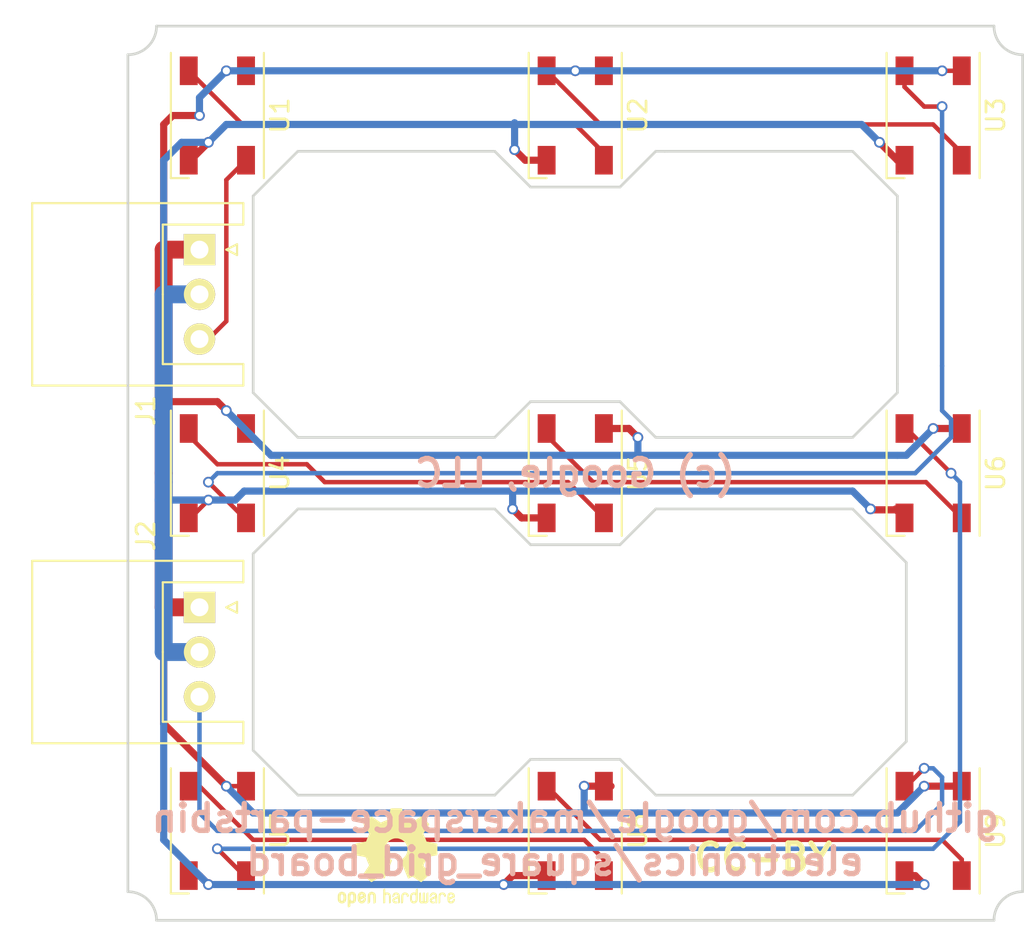
<source format=kicad_pcb>
(kicad_pcb (version 4) (host pcbnew 4.0.7)

  (general
    (links 30)
    (no_connects 0)
    (area 110.814999 60.014999 160.965001 110.165001)
    (thickness 1.6)
    (drawings 55)
    (tracks 179)
    (zones 0)
    (modules 12)
    (nets 13)
  )

  (page A4)
  (layers
    (0 F.Cu signal)
    (31 B.Cu signal)
    (32 B.Adhes user)
    (33 F.Adhes user)
    (34 B.Paste user)
    (35 F.Paste user)
    (36 B.SilkS user)
    (37 F.SilkS user)
    (38 B.Mask user)
    (39 F.Mask user)
    (40 Dwgs.User user)
    (41 Cmts.User user)
    (42 Eco1.User user)
    (43 Eco2.User user)
    (44 Edge.Cuts user)
    (45 Margin user)
    (46 B.CrtYd user)
    (47 F.CrtYd user)
    (48 B.Fab user hide)
    (49 F.Fab user)
  )

  (setup
    (last_trace_width 0.25)
    (user_trace_width 0.4)
    (user_trace_width 1)
    (trace_clearance 0.2)
    (zone_clearance 0.254)
    (zone_45_only yes)
    (trace_min 0.2)
    (segment_width 0.2)
    (edge_width 0.15)
    (via_size 0.6)
    (via_drill 0.4)
    (via_min_size 0.4)
    (via_min_drill 0.3)
    (uvia_size 0.3)
    (uvia_drill 0.1)
    (uvias_allowed no)
    (uvia_min_size 0.2)
    (uvia_min_drill 0.1)
    (pcb_text_width 0.3)
    (pcb_text_size 1.5 1.5)
    (mod_edge_width 0.15)
    (mod_text_size 1 1)
    (mod_text_width 0.15)
    (pad_size 1.524 1.524)
    (pad_drill 0.762)
    (pad_to_mask_clearance 0.2)
    (aux_axis_origin 135.89 85.09)
    (grid_origin 118.39 70.09)
    (visible_elements FFFFFF7F)
    (pcbplotparams
      (layerselection 0x00030_80000001)
      (usegerberextensions false)
      (excludeedgelayer true)
      (linewidth 0.100000)
      (plotframeref false)
      (viasonmask false)
      (mode 1)
      (useauxorigin false)
      (hpglpennumber 1)
      (hpglpenspeed 20)
      (hpglpendiameter 15)
      (hpglpenoverlay 2)
      (psnegative false)
      (psa4output false)
      (plotreference true)
      (plotvalue true)
      (plotinvisibletext false)
      (padsonsilk false)
      (subtractmaskfromsilk false)
      (outputformat 1)
      (mirror false)
      (drillshape 1)
      (scaleselection 1)
      (outputdirectory ""))
  )

  (net 0 "")
  (net 1 +5V)
  (net 2 GND)
  (net 3 "Net-(J1-Pad3)")
  (net 4 "Net-(J2-Pad3)")
  (net 5 "Net-(U1-Pad2)")
  (net 6 "Net-(U2-Pad2)")
  (net 7 "Net-(U3-Pad2)")
  (net 8 "Net-(U4-Pad2)")
  (net 9 "Net-(U5-Pad2)")
  (net 10 "Net-(U6-Pad2)")
  (net 11 "Net-(U7-Pad2)")
  (net 12 "Net-(U8-Pad2)")

  (net_class Default "This is the default net class."
    (clearance 0.2)
    (trace_width 0.25)
    (via_dia 0.6)
    (via_drill 0.4)
    (uvia_dia 0.3)
    (uvia_drill 0.1)
    (add_net +5V)
    (add_net GND)
    (add_net "Net-(J1-Pad3)")
    (add_net "Net-(J2-Pad3)")
    (add_net "Net-(U1-Pad2)")
    (add_net "Net-(U2-Pad2)")
    (add_net "Net-(U3-Pad2)")
    (add_net "Net-(U4-Pad2)")
    (add_net "Net-(U5-Pad2)")
    (add_net "Net-(U6-Pad2)")
    (add_net "Net-(U7-Pad2)")
    (add_net "Net-(U8-Pad2)")
  )

  (module Connectors_JST:JST_XH_S03B-XH-A_03x2.50mm_Angled (layer F.Cu) (tedit 5A9EF88C) (tstamp 5A9D8F3A)
    (at 114.89 72.59 270)
    (descr "JST XH series connector, S03B-XH-A, side entry type, through hole")
    (tags "connector jst xh tht side horizontal angled 2.50mm")
    (path /5A9D918B)
    (fp_text reference J1 (at 9 3 270) (layer F.SilkS)
      (effects (font (size 1 1) (thickness 0.15)))
    )
    (fp_text value Conn_01x03 (at 2.5 10.3 270) (layer F.Fab)
      (effects (font (size 1 1) (thickness 0.15)))
    )
    (fp_line (start -2.45 -2.3) (end -2.45 9.2) (layer F.Fab) (width 0.1))
    (fp_line (start -2.45 9.2) (end 7.45 9.2) (layer F.Fab) (width 0.1))
    (fp_line (start 7.45 9.2) (end 7.45 -2.3) (layer F.Fab) (width 0.1))
    (fp_line (start 7.45 -2.3) (end -2.45 -2.3) (layer F.Fab) (width 0.1))
    (fp_line (start -2.95 -2.8) (end -2.95 9.7) (layer F.CrtYd) (width 0.05))
    (fp_line (start -2.95 9.7) (end 7.95 9.7) (layer F.CrtYd) (width 0.05))
    (fp_line (start 7.95 9.7) (end 7.95 -2.8) (layer F.CrtYd) (width 0.05))
    (fp_line (start 7.95 -2.8) (end -2.95 -2.8) (layer F.CrtYd) (width 0.05))
    (fp_line (start 2.5 9.35) (end -2.6 9.35) (layer F.SilkS) (width 0.12))
    (fp_line (start -2.6 9.35) (end -2.6 -2.45) (layer F.SilkS) (width 0.12))
    (fp_line (start -2.6 -2.45) (end -1.4 -2.45) (layer F.SilkS) (width 0.12))
    (fp_line (start -1.4 -2.45) (end -1.4 2.05) (layer F.SilkS) (width 0.12))
    (fp_line (start -1.4 2.05) (end 2.5 2.05) (layer F.SilkS) (width 0.12))
    (fp_line (start 2.5 9.35) (end 7.6 9.35) (layer F.SilkS) (width 0.12))
    (fp_line (start 7.6 9.35) (end 7.6 -2.45) (layer F.SilkS) (width 0.12))
    (fp_line (start 7.6 -2.45) (end 6.4 -2.45) (layer F.SilkS) (width 0.12))
    (fp_line (start 6.4 -2.45) (end 6.4 2.05) (layer F.SilkS) (width 0.12))
    (fp_line (start 6.4 2.05) (end 2.5 2.05) (layer F.SilkS) (width 0.12))
    (fp_line (start -0.25 3.45) (end -0.25 8.7) (layer F.Fab) (width 0.1))
    (fp_line (start -0.25 8.7) (end 0.25 8.7) (layer F.Fab) (width 0.1))
    (fp_line (start 0.25 8.7) (end 0.25 3.45) (layer F.Fab) (width 0.1))
    (fp_line (start 0.25 3.45) (end -0.25 3.45) (layer F.Fab) (width 0.1))
    (fp_line (start 2.25 3.45) (end 2.25 8.7) (layer F.Fab) (width 0.1))
    (fp_line (start 2.25 8.7) (end 2.75 8.7) (layer F.Fab) (width 0.1))
    (fp_line (start 2.75 8.7) (end 2.75 3.45) (layer F.Fab) (width 0.1))
    (fp_line (start 2.75 3.45) (end 2.25 3.45) (layer F.Fab) (width 0.1))
    (fp_line (start 4.75 3.45) (end 4.75 8.7) (layer F.Fab) (width 0.1))
    (fp_line (start 4.75 8.7) (end 5.25 8.7) (layer F.Fab) (width 0.1))
    (fp_line (start 5.25 8.7) (end 5.25 3.45) (layer F.Fab) (width 0.1))
    (fp_line (start 5.25 3.45) (end 4.75 3.45) (layer F.Fab) (width 0.1))
    (fp_line (start 0 -1.5) (end -0.3 -2.1) (layer F.SilkS) (width 0.12))
    (fp_line (start -0.3 -2.1) (end 0.3 -2.1) (layer F.SilkS) (width 0.12))
    (fp_line (start 0.3 -2.1) (end 0 -1.5) (layer F.SilkS) (width 0.12))
    (fp_line (start 0 -1.5) (end -0.3 -2.1) (layer F.Fab) (width 0.1))
    (fp_line (start -0.3 -2.1) (end 0.3 -2.1) (layer F.Fab) (width 0.1))
    (fp_line (start 0.3 -2.1) (end 0 -1.5) (layer F.Fab) (width 0.1))
    (fp_text user %R (at 2.5 2.25 270) (layer F.Fab)
      (effects (font (size 1 1) (thickness 0.15)))
    )
    (pad 1 thru_hole rect (at 0 0 270) (size 1.75 1.75) (drill 1) (layers *.Cu *.Mask F.SilkS)
      (net 1 +5V))
    (pad 2 thru_hole circle (at 2.5 0 270) (size 1.75 1.75) (drill 1) (layers *.Cu *.Mask F.SilkS)
      (net 2 GND))
    (pad 3 thru_hole circle (at 5 0 270) (size 1.75 1.75) (drill 1) (layers *.Cu *.Mask F.SilkS)
      (net 3 "Net-(J1-Pad3)"))
    (model Connectors_JST.3dshapes/JST_XH_S03B-XH-A_03x2.50mm_Angled.wrl
      (at (xyz 0 0 0))
      (scale (xyz 1 1 1))
      (rotate (xyz 0 0 0))
    )
  )

  (module Connectors_JST:JST_XH_S03B-XH-A_03x2.50mm_Angled (layer F.Cu) (tedit 5A9EF887) (tstamp 5A9D8F66)
    (at 114.89 92.59 270)
    (descr "JST XH series connector, S03B-XH-A, side entry type, through hole")
    (tags "connector jst xh tht side horizontal angled 2.50mm")
    (path /5A9D91FC)
    (fp_text reference J2 (at -4 3 270) (layer F.SilkS)
      (effects (font (size 1 1) (thickness 0.15)))
    )
    (fp_text value Conn_01x03 (at 2.5 10.3 270) (layer F.Fab)
      (effects (font (size 1 1) (thickness 0.15)))
    )
    (fp_line (start -2.45 -2.3) (end -2.45 9.2) (layer F.Fab) (width 0.1))
    (fp_line (start -2.45 9.2) (end 7.45 9.2) (layer F.Fab) (width 0.1))
    (fp_line (start 7.45 9.2) (end 7.45 -2.3) (layer F.Fab) (width 0.1))
    (fp_line (start 7.45 -2.3) (end -2.45 -2.3) (layer F.Fab) (width 0.1))
    (fp_line (start -2.95 -2.8) (end -2.95 9.7) (layer F.CrtYd) (width 0.05))
    (fp_line (start -2.95 9.7) (end 7.95 9.7) (layer F.CrtYd) (width 0.05))
    (fp_line (start 7.95 9.7) (end 7.95 -2.8) (layer F.CrtYd) (width 0.05))
    (fp_line (start 7.95 -2.8) (end -2.95 -2.8) (layer F.CrtYd) (width 0.05))
    (fp_line (start 2.5 9.35) (end -2.6 9.35) (layer F.SilkS) (width 0.12))
    (fp_line (start -2.6 9.35) (end -2.6 -2.45) (layer F.SilkS) (width 0.12))
    (fp_line (start -2.6 -2.45) (end -1.4 -2.45) (layer F.SilkS) (width 0.12))
    (fp_line (start -1.4 -2.45) (end -1.4 2.05) (layer F.SilkS) (width 0.12))
    (fp_line (start -1.4 2.05) (end 2.5 2.05) (layer F.SilkS) (width 0.12))
    (fp_line (start 2.5 9.35) (end 7.6 9.35) (layer F.SilkS) (width 0.12))
    (fp_line (start 7.6 9.35) (end 7.6 -2.45) (layer F.SilkS) (width 0.12))
    (fp_line (start 7.6 -2.45) (end 6.4 -2.45) (layer F.SilkS) (width 0.12))
    (fp_line (start 6.4 -2.45) (end 6.4 2.05) (layer F.SilkS) (width 0.12))
    (fp_line (start 6.4 2.05) (end 2.5 2.05) (layer F.SilkS) (width 0.12))
    (fp_line (start -0.25 3.45) (end -0.25 8.7) (layer F.Fab) (width 0.1))
    (fp_line (start -0.25 8.7) (end 0.25 8.7) (layer F.Fab) (width 0.1))
    (fp_line (start 0.25 8.7) (end 0.25 3.45) (layer F.Fab) (width 0.1))
    (fp_line (start 0.25 3.45) (end -0.25 3.45) (layer F.Fab) (width 0.1))
    (fp_line (start 2.25 3.45) (end 2.25 8.7) (layer F.Fab) (width 0.1))
    (fp_line (start 2.25 8.7) (end 2.75 8.7) (layer F.Fab) (width 0.1))
    (fp_line (start 2.75 8.7) (end 2.75 3.45) (layer F.Fab) (width 0.1))
    (fp_line (start 2.75 3.45) (end 2.25 3.45) (layer F.Fab) (width 0.1))
    (fp_line (start 4.75 3.45) (end 4.75 8.7) (layer F.Fab) (width 0.1))
    (fp_line (start 4.75 8.7) (end 5.25 8.7) (layer F.Fab) (width 0.1))
    (fp_line (start 5.25 8.7) (end 5.25 3.45) (layer F.Fab) (width 0.1))
    (fp_line (start 5.25 3.45) (end 4.75 3.45) (layer F.Fab) (width 0.1))
    (fp_line (start 0 -1.5) (end -0.3 -2.1) (layer F.SilkS) (width 0.12))
    (fp_line (start -0.3 -2.1) (end 0.3 -2.1) (layer F.SilkS) (width 0.12))
    (fp_line (start 0.3 -2.1) (end 0 -1.5) (layer F.SilkS) (width 0.12))
    (fp_line (start 0 -1.5) (end -0.3 -2.1) (layer F.Fab) (width 0.1))
    (fp_line (start -0.3 -2.1) (end 0.3 -2.1) (layer F.Fab) (width 0.1))
    (fp_line (start 0.3 -2.1) (end 0 -1.5) (layer F.Fab) (width 0.1))
    (fp_text user %R (at 2.5 2.25 270) (layer F.Fab)
      (effects (font (size 1 1) (thickness 0.15)))
    )
    (pad 1 thru_hole rect (at 0 0 270) (size 1.75 1.75) (drill 1) (layers *.Cu *.Mask F.SilkS)
      (net 1 +5V))
    (pad 2 thru_hole circle (at 2.5 0 270) (size 1.75 1.75) (drill 1) (layers *.Cu *.Mask F.SilkS)
      (net 2 GND))
    (pad 3 thru_hole circle (at 5 0 270) (size 1.75 1.75) (drill 1) (layers *.Cu *.Mask F.SilkS)
      (net 4 "Net-(J2-Pad3)"))
    (model Connectors_JST.3dshapes/JST_XH_S03B-XH-A_03x2.50mm_Angled.wrl
      (at (xyz 0 0 0))
      (scale (xyz 1 1 1))
      (rotate (xyz 0 0 0))
    )
  )

  (module LEDs:LED_WS2812B-PLCC4 (layer F.Cu) (tedit 587A6D9E) (tstamp 5A9D90E4)
    (at 115.89 65.09 270)
    (descr http://www.world-semi.com/uploads/soft/150522/1-150522091P5.pdf)
    (tags "LED NeoPixel")
    (path /5A9D8FB6)
    (attr smd)
    (fp_text reference U1 (at 0 -3.5 270) (layer F.SilkS)
      (effects (font (size 1 1) (thickness 0.15)))
    )
    (fp_text value 5050_Serial_RGB (at 0 4 270) (layer F.Fab)
      (effects (font (size 1 1) (thickness 0.15)))
    )
    (fp_line (start 3.75 -2.85) (end -3.75 -2.85) (layer F.CrtYd) (width 0.05))
    (fp_line (start 3.75 2.85) (end 3.75 -2.85) (layer F.CrtYd) (width 0.05))
    (fp_line (start -3.75 2.85) (end 3.75 2.85) (layer F.CrtYd) (width 0.05))
    (fp_line (start -3.75 -2.85) (end -3.75 2.85) (layer F.CrtYd) (width 0.05))
    (fp_line (start 2.5 1.5) (end 1.5 2.5) (layer F.Fab) (width 0.1))
    (fp_line (start -2.5 -2.5) (end -2.5 2.5) (layer F.Fab) (width 0.1))
    (fp_line (start -2.5 2.5) (end 2.5 2.5) (layer F.Fab) (width 0.1))
    (fp_line (start 2.5 2.5) (end 2.5 -2.5) (layer F.Fab) (width 0.1))
    (fp_line (start 2.5 -2.5) (end -2.5 -2.5) (layer F.Fab) (width 0.1))
    (fp_line (start -3.5 -2.6) (end 3.5 -2.6) (layer F.SilkS) (width 0.12))
    (fp_line (start -3.5 2.6) (end 3.5 2.6) (layer F.SilkS) (width 0.12))
    (fp_line (start 3.5 2.6) (end 3.5 1.6) (layer F.SilkS) (width 0.12))
    (fp_circle (center 0 0) (end 0 -2) (layer F.Fab) (width 0.1))
    (pad 3 smd rect (at 2.5 1.6 270) (size 1.6 1) (layers F.Cu F.Paste F.Mask)
      (net 2 GND))
    (pad 4 smd rect (at 2.5 -1.6 270) (size 1.6 1) (layers F.Cu F.Paste F.Mask)
      (net 3 "Net-(J1-Pad3)"))
    (pad 2 smd rect (at -2.5 1.6 270) (size 1.6 1) (layers F.Cu F.Paste F.Mask)
      (net 5 "Net-(U1-Pad2)"))
    (pad 1 smd rect (at -2.5 -1.6 270) (size 1.6 1) (layers F.Cu F.Paste F.Mask)
      (net 1 +5V))
    (model ${KISYS3DMOD}/LEDs.3dshapes/LED_WS2812B-PLCC4.wrl
      (at (xyz 0 0 0))
      (scale (xyz 0.39 0.39 0.39))
      (rotate (xyz 0 0 180))
    )
  )

  (module LEDs:LED_WS2812B-PLCC4 (layer F.Cu) (tedit 587A6D9E) (tstamp 5A9D90F9)
    (at 135.89 65.09 270)
    (descr http://www.world-semi.com/uploads/soft/150522/1-150522091P5.pdf)
    (tags "LED NeoPixel")
    (path /5A9D9398)
    (attr smd)
    (fp_text reference U2 (at 0 -3.5 270) (layer F.SilkS)
      (effects (font (size 1 1) (thickness 0.15)))
    )
    (fp_text value 5050_Serial_RGB (at 0 4 270) (layer F.Fab)
      (effects (font (size 1 1) (thickness 0.15)))
    )
    (fp_line (start 3.75 -2.85) (end -3.75 -2.85) (layer F.CrtYd) (width 0.05))
    (fp_line (start 3.75 2.85) (end 3.75 -2.85) (layer F.CrtYd) (width 0.05))
    (fp_line (start -3.75 2.85) (end 3.75 2.85) (layer F.CrtYd) (width 0.05))
    (fp_line (start -3.75 -2.85) (end -3.75 2.85) (layer F.CrtYd) (width 0.05))
    (fp_line (start 2.5 1.5) (end 1.5 2.5) (layer F.Fab) (width 0.1))
    (fp_line (start -2.5 -2.5) (end -2.5 2.5) (layer F.Fab) (width 0.1))
    (fp_line (start -2.5 2.5) (end 2.5 2.5) (layer F.Fab) (width 0.1))
    (fp_line (start 2.5 2.5) (end 2.5 -2.5) (layer F.Fab) (width 0.1))
    (fp_line (start 2.5 -2.5) (end -2.5 -2.5) (layer F.Fab) (width 0.1))
    (fp_line (start -3.5 -2.6) (end 3.5 -2.6) (layer F.SilkS) (width 0.12))
    (fp_line (start -3.5 2.6) (end 3.5 2.6) (layer F.SilkS) (width 0.12))
    (fp_line (start 3.5 2.6) (end 3.5 1.6) (layer F.SilkS) (width 0.12))
    (fp_circle (center 0 0) (end 0 -2) (layer F.Fab) (width 0.1))
    (pad 3 smd rect (at 2.5 1.6 270) (size 1.6 1) (layers F.Cu F.Paste F.Mask)
      (net 2 GND))
    (pad 4 smd rect (at 2.5 -1.6 270) (size 1.6 1) (layers F.Cu F.Paste F.Mask)
      (net 5 "Net-(U1-Pad2)"))
    (pad 2 smd rect (at -2.5 1.6 270) (size 1.6 1) (layers F.Cu F.Paste F.Mask)
      (net 6 "Net-(U2-Pad2)"))
    (pad 1 smd rect (at -2.5 -1.6 270) (size 1.6 1) (layers F.Cu F.Paste F.Mask)
      (net 1 +5V))
    (model ${KISYS3DMOD}/LEDs.3dshapes/LED_WS2812B-PLCC4.wrl
      (at (xyz 0 0 0))
      (scale (xyz 0.39 0.39 0.39))
      (rotate (xyz 0 0 180))
    )
  )

  (module LEDs:LED_WS2812B-PLCC4 (layer F.Cu) (tedit 587A6D9E) (tstamp 5A9D910E)
    (at 155.89 65.09 270)
    (descr http://www.world-semi.com/uploads/soft/150522/1-150522091P5.pdf)
    (tags "LED NeoPixel")
    (path /5A9D9417)
    (attr smd)
    (fp_text reference U3 (at 0 -3.5 270) (layer F.SilkS)
      (effects (font (size 1 1) (thickness 0.15)))
    )
    (fp_text value 5050_Serial_RGB (at 0 4 270) (layer F.Fab)
      (effects (font (size 1 1) (thickness 0.15)))
    )
    (fp_line (start 3.75 -2.85) (end -3.75 -2.85) (layer F.CrtYd) (width 0.05))
    (fp_line (start 3.75 2.85) (end 3.75 -2.85) (layer F.CrtYd) (width 0.05))
    (fp_line (start -3.75 2.85) (end 3.75 2.85) (layer F.CrtYd) (width 0.05))
    (fp_line (start -3.75 -2.85) (end -3.75 2.85) (layer F.CrtYd) (width 0.05))
    (fp_line (start 2.5 1.5) (end 1.5 2.5) (layer F.Fab) (width 0.1))
    (fp_line (start -2.5 -2.5) (end -2.5 2.5) (layer F.Fab) (width 0.1))
    (fp_line (start -2.5 2.5) (end 2.5 2.5) (layer F.Fab) (width 0.1))
    (fp_line (start 2.5 2.5) (end 2.5 -2.5) (layer F.Fab) (width 0.1))
    (fp_line (start 2.5 -2.5) (end -2.5 -2.5) (layer F.Fab) (width 0.1))
    (fp_line (start -3.5 -2.6) (end 3.5 -2.6) (layer F.SilkS) (width 0.12))
    (fp_line (start -3.5 2.6) (end 3.5 2.6) (layer F.SilkS) (width 0.12))
    (fp_line (start 3.5 2.6) (end 3.5 1.6) (layer F.SilkS) (width 0.12))
    (fp_circle (center 0 0) (end 0 -2) (layer F.Fab) (width 0.1))
    (pad 3 smd rect (at 2.5 1.6 270) (size 1.6 1) (layers F.Cu F.Paste F.Mask)
      (net 2 GND))
    (pad 4 smd rect (at 2.5 -1.6 270) (size 1.6 1) (layers F.Cu F.Paste F.Mask)
      (net 6 "Net-(U2-Pad2)"))
    (pad 2 smd rect (at -2.5 1.6 270) (size 1.6 1) (layers F.Cu F.Paste F.Mask)
      (net 7 "Net-(U3-Pad2)"))
    (pad 1 smd rect (at -2.5 -1.6 270) (size 1.6 1) (layers F.Cu F.Paste F.Mask)
      (net 1 +5V))
    (model ${KISYS3DMOD}/LEDs.3dshapes/LED_WS2812B-PLCC4.wrl
      (at (xyz 0 0 0))
      (scale (xyz 0.39 0.39 0.39))
      (rotate (xyz 0 0 180))
    )
  )

  (module LEDs:LED_WS2812B-PLCC4 (layer F.Cu) (tedit 587A6D9E) (tstamp 5A9D9123)
    (at 115.89 85.09 270)
    (descr http://www.world-semi.com/uploads/soft/150522/1-150522091P5.pdf)
    (tags "LED NeoPixel")
    (path /5A9D9497)
    (attr smd)
    (fp_text reference U4 (at 0 -3.5 270) (layer F.SilkS)
      (effects (font (size 1 1) (thickness 0.15)))
    )
    (fp_text value 5050_Serial_RGB (at 0 4 270) (layer F.Fab)
      (effects (font (size 1 1) (thickness 0.15)))
    )
    (fp_line (start 3.75 -2.85) (end -3.75 -2.85) (layer F.CrtYd) (width 0.05))
    (fp_line (start 3.75 2.85) (end 3.75 -2.85) (layer F.CrtYd) (width 0.05))
    (fp_line (start -3.75 2.85) (end 3.75 2.85) (layer F.CrtYd) (width 0.05))
    (fp_line (start -3.75 -2.85) (end -3.75 2.85) (layer F.CrtYd) (width 0.05))
    (fp_line (start 2.5 1.5) (end 1.5 2.5) (layer F.Fab) (width 0.1))
    (fp_line (start -2.5 -2.5) (end -2.5 2.5) (layer F.Fab) (width 0.1))
    (fp_line (start -2.5 2.5) (end 2.5 2.5) (layer F.Fab) (width 0.1))
    (fp_line (start 2.5 2.5) (end 2.5 -2.5) (layer F.Fab) (width 0.1))
    (fp_line (start 2.5 -2.5) (end -2.5 -2.5) (layer F.Fab) (width 0.1))
    (fp_line (start -3.5 -2.6) (end 3.5 -2.6) (layer F.SilkS) (width 0.12))
    (fp_line (start -3.5 2.6) (end 3.5 2.6) (layer F.SilkS) (width 0.12))
    (fp_line (start 3.5 2.6) (end 3.5 1.6) (layer F.SilkS) (width 0.12))
    (fp_circle (center 0 0) (end 0 -2) (layer F.Fab) (width 0.1))
    (pad 3 smd rect (at 2.5 1.6 270) (size 1.6 1) (layers F.Cu F.Paste F.Mask)
      (net 2 GND))
    (pad 4 smd rect (at 2.5 -1.6 270) (size 1.6 1) (layers F.Cu F.Paste F.Mask)
      (net 7 "Net-(U3-Pad2)"))
    (pad 2 smd rect (at -2.5 1.6 270) (size 1.6 1) (layers F.Cu F.Paste F.Mask)
      (net 8 "Net-(U4-Pad2)"))
    (pad 1 smd rect (at -2.5 -1.6 270) (size 1.6 1) (layers F.Cu F.Paste F.Mask)
      (net 1 +5V))
    (model ${KISYS3DMOD}/LEDs.3dshapes/LED_WS2812B-PLCC4.wrl
      (at (xyz 0 0 0))
      (scale (xyz 0.39 0.39 0.39))
      (rotate (xyz 0 0 180))
    )
  )

  (module LEDs:LED_WS2812B-PLCC4 (layer F.Cu) (tedit 587A6D9E) (tstamp 5A9D9138)
    (at 135.89 85.09 270)
    (descr http://www.world-semi.com/uploads/soft/150522/1-150522091P5.pdf)
    (tags "LED NeoPixel")
    (path /5A9D94E2)
    (attr smd)
    (fp_text reference U5 (at 0 -3.5 270) (layer F.SilkS)
      (effects (font (size 1 1) (thickness 0.15)))
    )
    (fp_text value 5050_Serial_RGB (at 0 4 270) (layer F.Fab)
      (effects (font (size 1 1) (thickness 0.15)))
    )
    (fp_line (start 3.75 -2.85) (end -3.75 -2.85) (layer F.CrtYd) (width 0.05))
    (fp_line (start 3.75 2.85) (end 3.75 -2.85) (layer F.CrtYd) (width 0.05))
    (fp_line (start -3.75 2.85) (end 3.75 2.85) (layer F.CrtYd) (width 0.05))
    (fp_line (start -3.75 -2.85) (end -3.75 2.85) (layer F.CrtYd) (width 0.05))
    (fp_line (start 2.5 1.5) (end 1.5 2.5) (layer F.Fab) (width 0.1))
    (fp_line (start -2.5 -2.5) (end -2.5 2.5) (layer F.Fab) (width 0.1))
    (fp_line (start -2.5 2.5) (end 2.5 2.5) (layer F.Fab) (width 0.1))
    (fp_line (start 2.5 2.5) (end 2.5 -2.5) (layer F.Fab) (width 0.1))
    (fp_line (start 2.5 -2.5) (end -2.5 -2.5) (layer F.Fab) (width 0.1))
    (fp_line (start -3.5 -2.6) (end 3.5 -2.6) (layer F.SilkS) (width 0.12))
    (fp_line (start -3.5 2.6) (end 3.5 2.6) (layer F.SilkS) (width 0.12))
    (fp_line (start 3.5 2.6) (end 3.5 1.6) (layer F.SilkS) (width 0.12))
    (fp_circle (center 0 0) (end 0 -2) (layer F.Fab) (width 0.1))
    (pad 3 smd rect (at 2.5 1.6 270) (size 1.6 1) (layers F.Cu F.Paste F.Mask)
      (net 2 GND))
    (pad 4 smd rect (at 2.5 -1.6 270) (size 1.6 1) (layers F.Cu F.Paste F.Mask)
      (net 8 "Net-(U4-Pad2)"))
    (pad 2 smd rect (at -2.5 1.6 270) (size 1.6 1) (layers F.Cu F.Paste F.Mask)
      (net 9 "Net-(U5-Pad2)"))
    (pad 1 smd rect (at -2.5 -1.6 270) (size 1.6 1) (layers F.Cu F.Paste F.Mask)
      (net 1 +5V))
    (model ${KISYS3DMOD}/LEDs.3dshapes/LED_WS2812B-PLCC4.wrl
      (at (xyz 0 0 0))
      (scale (xyz 0.39 0.39 0.39))
      (rotate (xyz 0 0 180))
    )
  )

  (module LEDs:LED_WS2812B-PLCC4 (layer F.Cu) (tedit 587A6D9E) (tstamp 5A9D914D)
    (at 155.89 85.09 270)
    (descr http://www.world-semi.com/uploads/soft/150522/1-150522091P5.pdf)
    (tags "LED NeoPixel")
    (path /5A9D9590)
    (attr smd)
    (fp_text reference U6 (at 0 -3.5 270) (layer F.SilkS)
      (effects (font (size 1 1) (thickness 0.15)))
    )
    (fp_text value 5050_Serial_RGB (at 0 4 270) (layer F.Fab)
      (effects (font (size 1 1) (thickness 0.15)))
    )
    (fp_line (start 3.75 -2.85) (end -3.75 -2.85) (layer F.CrtYd) (width 0.05))
    (fp_line (start 3.75 2.85) (end 3.75 -2.85) (layer F.CrtYd) (width 0.05))
    (fp_line (start -3.75 2.85) (end 3.75 2.85) (layer F.CrtYd) (width 0.05))
    (fp_line (start -3.75 -2.85) (end -3.75 2.85) (layer F.CrtYd) (width 0.05))
    (fp_line (start 2.5 1.5) (end 1.5 2.5) (layer F.Fab) (width 0.1))
    (fp_line (start -2.5 -2.5) (end -2.5 2.5) (layer F.Fab) (width 0.1))
    (fp_line (start -2.5 2.5) (end 2.5 2.5) (layer F.Fab) (width 0.1))
    (fp_line (start 2.5 2.5) (end 2.5 -2.5) (layer F.Fab) (width 0.1))
    (fp_line (start 2.5 -2.5) (end -2.5 -2.5) (layer F.Fab) (width 0.1))
    (fp_line (start -3.5 -2.6) (end 3.5 -2.6) (layer F.SilkS) (width 0.12))
    (fp_line (start -3.5 2.6) (end 3.5 2.6) (layer F.SilkS) (width 0.12))
    (fp_line (start 3.5 2.6) (end 3.5 1.6) (layer F.SilkS) (width 0.12))
    (fp_circle (center 0 0) (end 0 -2) (layer F.Fab) (width 0.1))
    (pad 3 smd rect (at 2.5 1.6 270) (size 1.6 1) (layers F.Cu F.Paste F.Mask)
      (net 2 GND))
    (pad 4 smd rect (at 2.5 -1.6 270) (size 1.6 1) (layers F.Cu F.Paste F.Mask)
      (net 9 "Net-(U5-Pad2)"))
    (pad 2 smd rect (at -2.5 1.6 270) (size 1.6 1) (layers F.Cu F.Paste F.Mask)
      (net 10 "Net-(U6-Pad2)"))
    (pad 1 smd rect (at -2.5 -1.6 270) (size 1.6 1) (layers F.Cu F.Paste F.Mask)
      (net 1 +5V))
    (model ${KISYS3DMOD}/LEDs.3dshapes/LED_WS2812B-PLCC4.wrl
      (at (xyz 0 0 0))
      (scale (xyz 0.39 0.39 0.39))
      (rotate (xyz 0 0 180))
    )
  )

  (module LEDs:LED_WS2812B-PLCC4 (layer F.Cu) (tedit 587A6D9E) (tstamp 5A9D9162)
    (at 115.89 105.09 270)
    (descr http://www.world-semi.com/uploads/soft/150522/1-150522091P5.pdf)
    (tags "LED NeoPixel")
    (path /5A9D95DD)
    (attr smd)
    (fp_text reference U7 (at 0 -3.5 270) (layer F.SilkS)
      (effects (font (size 1 1) (thickness 0.15)))
    )
    (fp_text value 5050_Serial_RGB (at 0 4 270) (layer F.Fab)
      (effects (font (size 1 1) (thickness 0.15)))
    )
    (fp_line (start 3.75 -2.85) (end -3.75 -2.85) (layer F.CrtYd) (width 0.05))
    (fp_line (start 3.75 2.85) (end 3.75 -2.85) (layer F.CrtYd) (width 0.05))
    (fp_line (start -3.75 2.85) (end 3.75 2.85) (layer F.CrtYd) (width 0.05))
    (fp_line (start -3.75 -2.85) (end -3.75 2.85) (layer F.CrtYd) (width 0.05))
    (fp_line (start 2.5 1.5) (end 1.5 2.5) (layer F.Fab) (width 0.1))
    (fp_line (start -2.5 -2.5) (end -2.5 2.5) (layer F.Fab) (width 0.1))
    (fp_line (start -2.5 2.5) (end 2.5 2.5) (layer F.Fab) (width 0.1))
    (fp_line (start 2.5 2.5) (end 2.5 -2.5) (layer F.Fab) (width 0.1))
    (fp_line (start 2.5 -2.5) (end -2.5 -2.5) (layer F.Fab) (width 0.1))
    (fp_line (start -3.5 -2.6) (end 3.5 -2.6) (layer F.SilkS) (width 0.12))
    (fp_line (start -3.5 2.6) (end 3.5 2.6) (layer F.SilkS) (width 0.12))
    (fp_line (start 3.5 2.6) (end 3.5 1.6) (layer F.SilkS) (width 0.12))
    (fp_circle (center 0 0) (end 0 -2) (layer F.Fab) (width 0.1))
    (pad 3 smd rect (at 2.5 1.6 270) (size 1.6 1) (layers F.Cu F.Paste F.Mask)
      (net 2 GND))
    (pad 4 smd rect (at 2.5 -1.6 270) (size 1.6 1) (layers F.Cu F.Paste F.Mask)
      (net 10 "Net-(U6-Pad2)"))
    (pad 2 smd rect (at -2.5 1.6 270) (size 1.6 1) (layers F.Cu F.Paste F.Mask)
      (net 11 "Net-(U7-Pad2)"))
    (pad 1 smd rect (at -2.5 -1.6 270) (size 1.6 1) (layers F.Cu F.Paste F.Mask)
      (net 1 +5V))
    (model ${KISYS3DMOD}/LEDs.3dshapes/LED_WS2812B-PLCC4.wrl
      (at (xyz 0 0 0))
      (scale (xyz 0.39 0.39 0.39))
      (rotate (xyz 0 0 180))
    )
  )

  (module LEDs:LED_WS2812B-PLCC4 (layer F.Cu) (tedit 587A6D9E) (tstamp 5A9D9177)
    (at 135.89 105.09 270)
    (descr http://www.world-semi.com/uploads/soft/150522/1-150522091P5.pdf)
    (tags "LED NeoPixel")
    (path /5A9D966F)
    (attr smd)
    (fp_text reference U8 (at 0 -3.5 270) (layer F.SilkS)
      (effects (font (size 1 1) (thickness 0.15)))
    )
    (fp_text value 5050_Serial_RGB (at 0 4 270) (layer F.Fab)
      (effects (font (size 1 1) (thickness 0.15)))
    )
    (fp_line (start 3.75 -2.85) (end -3.75 -2.85) (layer F.CrtYd) (width 0.05))
    (fp_line (start 3.75 2.85) (end 3.75 -2.85) (layer F.CrtYd) (width 0.05))
    (fp_line (start -3.75 2.85) (end 3.75 2.85) (layer F.CrtYd) (width 0.05))
    (fp_line (start -3.75 -2.85) (end -3.75 2.85) (layer F.CrtYd) (width 0.05))
    (fp_line (start 2.5 1.5) (end 1.5 2.5) (layer F.Fab) (width 0.1))
    (fp_line (start -2.5 -2.5) (end -2.5 2.5) (layer F.Fab) (width 0.1))
    (fp_line (start -2.5 2.5) (end 2.5 2.5) (layer F.Fab) (width 0.1))
    (fp_line (start 2.5 2.5) (end 2.5 -2.5) (layer F.Fab) (width 0.1))
    (fp_line (start 2.5 -2.5) (end -2.5 -2.5) (layer F.Fab) (width 0.1))
    (fp_line (start -3.5 -2.6) (end 3.5 -2.6) (layer F.SilkS) (width 0.12))
    (fp_line (start -3.5 2.6) (end 3.5 2.6) (layer F.SilkS) (width 0.12))
    (fp_line (start 3.5 2.6) (end 3.5 1.6) (layer F.SilkS) (width 0.12))
    (fp_circle (center 0 0) (end 0 -2) (layer F.Fab) (width 0.1))
    (pad 3 smd rect (at 2.5 1.6 270) (size 1.6 1) (layers F.Cu F.Paste F.Mask)
      (net 2 GND))
    (pad 4 smd rect (at 2.5 -1.6 270) (size 1.6 1) (layers F.Cu F.Paste F.Mask)
      (net 11 "Net-(U7-Pad2)"))
    (pad 2 smd rect (at -2.5 1.6 270) (size 1.6 1) (layers F.Cu F.Paste F.Mask)
      (net 12 "Net-(U8-Pad2)"))
    (pad 1 smd rect (at -2.5 -1.6 270) (size 1.6 1) (layers F.Cu F.Paste F.Mask)
      (net 1 +5V))
    (model ${KISYS3DMOD}/LEDs.3dshapes/LED_WS2812B-PLCC4.wrl
      (at (xyz 0 0 0))
      (scale (xyz 0.39 0.39 0.39))
      (rotate (xyz 0 0 180))
    )
  )

  (module LEDs:LED_WS2812B-PLCC4 (layer F.Cu) (tedit 587A6D9E) (tstamp 5A9D918C)
    (at 155.89 105.09 270)
    (descr http://www.world-semi.com/uploads/soft/150522/1-150522091P5.pdf)
    (tags "LED NeoPixel")
    (path /5A9D96E2)
    (attr smd)
    (fp_text reference U9 (at 0 -3.5 270) (layer F.SilkS)
      (effects (font (size 1 1) (thickness 0.15)))
    )
    (fp_text value 5050_Serial_RGB (at 0 4 270) (layer F.Fab)
      (effects (font (size 1 1) (thickness 0.15)))
    )
    (fp_line (start 3.75 -2.85) (end -3.75 -2.85) (layer F.CrtYd) (width 0.05))
    (fp_line (start 3.75 2.85) (end 3.75 -2.85) (layer F.CrtYd) (width 0.05))
    (fp_line (start -3.75 2.85) (end 3.75 2.85) (layer F.CrtYd) (width 0.05))
    (fp_line (start -3.75 -2.85) (end -3.75 2.85) (layer F.CrtYd) (width 0.05))
    (fp_line (start 2.5 1.5) (end 1.5 2.5) (layer F.Fab) (width 0.1))
    (fp_line (start -2.5 -2.5) (end -2.5 2.5) (layer F.Fab) (width 0.1))
    (fp_line (start -2.5 2.5) (end 2.5 2.5) (layer F.Fab) (width 0.1))
    (fp_line (start 2.5 2.5) (end 2.5 -2.5) (layer F.Fab) (width 0.1))
    (fp_line (start 2.5 -2.5) (end -2.5 -2.5) (layer F.Fab) (width 0.1))
    (fp_line (start -3.5 -2.6) (end 3.5 -2.6) (layer F.SilkS) (width 0.12))
    (fp_line (start -3.5 2.6) (end 3.5 2.6) (layer F.SilkS) (width 0.12))
    (fp_line (start 3.5 2.6) (end 3.5 1.6) (layer F.SilkS) (width 0.12))
    (fp_circle (center 0 0) (end 0 -2) (layer F.Fab) (width 0.1))
    (pad 3 smd rect (at 2.5 1.6 270) (size 1.6 1) (layers F.Cu F.Paste F.Mask)
      (net 2 GND))
    (pad 4 smd rect (at 2.5 -1.6 270) (size 1.6 1) (layers F.Cu F.Paste F.Mask)
      (net 12 "Net-(U8-Pad2)"))
    (pad 2 smd rect (at -2.5 1.6 270) (size 1.6 1) (layers F.Cu F.Paste F.Mask)
      (net 4 "Net-(J2-Pad3)"))
    (pad 1 smd rect (at -2.5 -1.6 270) (size 1.6 1) (layers F.Cu F.Paste F.Mask)
      (net 1 +5V))
    (model ${KISYS3DMOD}/LEDs.3dshapes/LED_WS2812B-PLCC4.wrl
      (at (xyz 0 0 0))
      (scale (xyz 0.39 0.39 0.39))
      (rotate (xyz 0 0 180))
    )
  )

  (module Symbols:OSHW-Logo2_7.3x6mm_SilkScreen (layer F.Cu) (tedit 0) (tstamp 5A9EFDC7)
    (at 125.89 106.59)
    (descr "Open Source Hardware Symbol")
    (tags "Logo Symbol OSHW")
    (path /5A9EFB61)
    (attr virtual)
    (fp_text reference P1 (at 0 0) (layer F.SilkS) hide
      (effects (font (size 1 1) (thickness 0.15)))
    )
    (fp_text value OSHW (at 0.75 0) (layer F.Fab) hide
      (effects (font (size 1 1) (thickness 0.15)))
    )
    (fp_poly (pts (xy -2.400256 1.919918) (xy -2.344799 1.947568) (xy -2.295852 1.99848) (xy -2.282371 2.017338)
      (xy -2.267686 2.042015) (xy -2.258158 2.068816) (xy -2.252707 2.104587) (xy -2.250253 2.156169)
      (xy -2.249714 2.224267) (xy -2.252148 2.317588) (xy -2.260606 2.387657) (xy -2.276826 2.439931)
      (xy -2.302546 2.479869) (xy -2.339503 2.512929) (xy -2.342218 2.514886) (xy -2.37864 2.534908)
      (xy -2.422498 2.544815) (xy -2.478276 2.547257) (xy -2.568952 2.547257) (xy -2.56899 2.635283)
      (xy -2.569834 2.684308) (xy -2.574976 2.713065) (xy -2.588413 2.730311) (xy -2.614142 2.744808)
      (xy -2.620321 2.747769) (xy -2.649236 2.761648) (xy -2.671624 2.770414) (xy -2.688271 2.771171)
      (xy -2.699964 2.761023) (xy -2.70749 2.737073) (xy -2.711634 2.696426) (xy -2.713185 2.636186)
      (xy -2.712929 2.553455) (xy -2.711651 2.445339) (xy -2.711252 2.413) (xy -2.709815 2.301524)
      (xy -2.708528 2.228603) (xy -2.569029 2.228603) (xy -2.568245 2.290499) (xy -2.56476 2.330997)
      (xy -2.556876 2.357708) (xy -2.542895 2.378244) (xy -2.533403 2.38826) (xy -2.494596 2.417567)
      (xy -2.460237 2.419952) (xy -2.424784 2.39575) (xy -2.423886 2.394857) (xy -2.409461 2.376153)
      (xy -2.400687 2.350732) (xy -2.396261 2.311584) (xy -2.394882 2.251697) (xy -2.394857 2.23843)
      (xy -2.398188 2.155901) (xy -2.409031 2.098691) (xy -2.42866 2.063766) (xy -2.45835 2.048094)
      (xy -2.475509 2.046514) (xy -2.516234 2.053926) (xy -2.544168 2.07833) (xy -2.560983 2.12298)
      (xy -2.56835 2.19113) (xy -2.569029 2.228603) (xy -2.708528 2.228603) (xy -2.708292 2.215245)
      (xy -2.706323 2.150333) (xy -2.70355 2.102958) (xy -2.699612 2.06929) (xy -2.694151 2.045498)
      (xy -2.686808 2.027753) (xy -2.677223 2.012224) (xy -2.673113 2.006381) (xy -2.618595 1.951185)
      (xy -2.549664 1.91989) (xy -2.469928 1.911165) (xy -2.400256 1.919918)) (layer F.SilkS) (width 0.01))
    (fp_poly (pts (xy -1.283907 1.92778) (xy -1.237328 1.954723) (xy -1.204943 1.981466) (xy -1.181258 2.009484)
      (xy -1.164941 2.043748) (xy -1.154661 2.089227) (xy -1.149086 2.150892) (xy -1.146884 2.233711)
      (xy -1.146629 2.293246) (xy -1.146629 2.512391) (xy -1.208314 2.540044) (xy -1.27 2.567697)
      (xy -1.277257 2.32767) (xy -1.280256 2.238028) (xy -1.283402 2.172962) (xy -1.287299 2.128026)
      (xy -1.292553 2.09877) (xy -1.299769 2.080748) (xy -1.30955 2.069511) (xy -1.312688 2.067079)
      (xy -1.360239 2.048083) (xy -1.408303 2.0556) (xy -1.436914 2.075543) (xy -1.448553 2.089675)
      (xy -1.456609 2.10822) (xy -1.461729 2.136334) (xy -1.464559 2.179173) (xy -1.465744 2.241895)
      (xy -1.465943 2.307261) (xy -1.465982 2.389268) (xy -1.467386 2.447316) (xy -1.472086 2.486465)
      (xy -1.482013 2.51178) (xy -1.499097 2.528323) (xy -1.525268 2.541156) (xy -1.560225 2.554491)
      (xy -1.598404 2.569007) (xy -1.593859 2.311389) (xy -1.592029 2.218519) (xy -1.589888 2.149889)
      (xy -1.586819 2.100711) (xy -1.582206 2.066198) (xy -1.575432 2.041562) (xy -1.565881 2.022016)
      (xy -1.554366 2.00477) (xy -1.49881 1.94968) (xy -1.43102 1.917822) (xy -1.357287 1.910191)
      (xy -1.283907 1.92778)) (layer F.SilkS) (width 0.01))
    (fp_poly (pts (xy -2.958885 1.921962) (xy -2.890855 1.957733) (xy -2.840649 2.015301) (xy -2.822815 2.052312)
      (xy -2.808937 2.107882) (xy -2.801833 2.178096) (xy -2.80116 2.254727) (xy -2.806573 2.329552)
      (xy -2.81773 2.394342) (xy -2.834286 2.440873) (xy -2.839374 2.448887) (xy -2.899645 2.508707)
      (xy -2.971231 2.544535) (xy -3.048908 2.55502) (xy -3.127452 2.53881) (xy -3.149311 2.529092)
      (xy -3.191878 2.499143) (xy -3.229237 2.459433) (xy -3.232768 2.454397) (xy -3.247119 2.430124)
      (xy -3.256606 2.404178) (xy -3.26221 2.370022) (xy -3.264914 2.321119) (xy -3.265701 2.250935)
      (xy -3.265714 2.2352) (xy -3.265678 2.230192) (xy -3.120571 2.230192) (xy -3.119727 2.29643)
      (xy -3.116404 2.340386) (xy -3.109417 2.368779) (xy -3.097584 2.388325) (xy -3.091543 2.394857)
      (xy -3.056814 2.41968) (xy -3.023097 2.418548) (xy -2.989005 2.397016) (xy -2.968671 2.374029)
      (xy -2.956629 2.340478) (xy -2.949866 2.287569) (xy -2.949402 2.281399) (xy -2.948248 2.185513)
      (xy -2.960312 2.114299) (xy -2.98543 2.068194) (xy -3.02344 2.047635) (xy -3.037008 2.046514)
      (xy -3.072636 2.052152) (xy -3.097006 2.071686) (xy -3.111907 2.109042) (xy -3.119125 2.16815)
      (xy -3.120571 2.230192) (xy -3.265678 2.230192) (xy -3.265174 2.160413) (xy -3.262904 2.108159)
      (xy -3.257932 2.071949) (xy -3.249287 2.045299) (xy -3.235995 2.021722) (xy -3.233057 2.017338)
      (xy -3.183687 1.958249) (xy -3.129891 1.923947) (xy -3.064398 1.910331) (xy -3.042158 1.909665)
      (xy -2.958885 1.921962)) (layer F.SilkS) (width 0.01))
    (fp_poly (pts (xy -1.831697 1.931239) (xy -1.774473 1.969735) (xy -1.730251 2.025335) (xy -1.703833 2.096086)
      (xy -1.69849 2.148162) (xy -1.699097 2.169893) (xy -1.704178 2.186531) (xy -1.718145 2.201437)
      (xy -1.745411 2.217973) (xy -1.790388 2.239498) (xy -1.857489 2.269374) (xy -1.857829 2.269524)
      (xy -1.919593 2.297813) (xy -1.970241 2.322933) (xy -2.004596 2.342179) (xy -2.017482 2.352848)
      (xy -2.017486 2.352934) (xy -2.006128 2.376166) (xy -1.979569 2.401774) (xy -1.949077 2.420221)
      (xy -1.93363 2.423886) (xy -1.891485 2.411212) (xy -1.855192 2.379471) (xy -1.837483 2.344572)
      (xy -1.820448 2.318845) (xy -1.787078 2.289546) (xy -1.747851 2.264235) (xy -1.713244 2.250471)
      (xy -1.706007 2.249714) (xy -1.697861 2.26216) (xy -1.69737 2.293972) (xy -1.703357 2.336866)
      (xy -1.714643 2.382558) (xy -1.73005 2.422761) (xy -1.730829 2.424322) (xy -1.777196 2.489062)
      (xy -1.837289 2.533097) (xy -1.905535 2.554711) (xy -1.976362 2.552185) (xy -2.044196 2.523804)
      (xy -2.047212 2.521808) (xy -2.100573 2.473448) (xy -2.13566 2.410352) (xy -2.155078 2.327387)
      (xy -2.157684 2.304078) (xy -2.162299 2.194055) (xy -2.156767 2.142748) (xy -2.017486 2.142748)
      (xy -2.015676 2.174753) (xy -2.005778 2.184093) (xy -1.981102 2.177105) (xy -1.942205 2.160587)
      (xy -1.898725 2.139881) (xy -1.897644 2.139333) (xy -1.860791 2.119949) (xy -1.846 2.107013)
      (xy -1.849647 2.093451) (xy -1.865005 2.075632) (xy -1.904077 2.049845) (xy -1.946154 2.04795)
      (xy -1.983897 2.066717) (xy -2.009966 2.102915) (xy -2.017486 2.142748) (xy -2.156767 2.142748)
      (xy -2.152806 2.106027) (xy -2.12845 2.036212) (xy -2.094544 1.987302) (xy -2.033347 1.937878)
      (xy -1.965937 1.913359) (xy -1.89712 1.911797) (xy -1.831697 1.931239)) (layer F.SilkS) (width 0.01))
    (fp_poly (pts (xy -0.624114 1.851289) (xy -0.619861 1.910613) (xy -0.614975 1.945572) (xy -0.608205 1.96082)
      (xy -0.598298 1.961015) (xy -0.595086 1.959195) (xy -0.552356 1.946015) (xy -0.496773 1.946785)
      (xy -0.440263 1.960333) (xy -0.404918 1.977861) (xy -0.368679 2.005861) (xy -0.342187 2.037549)
      (xy -0.324001 2.077813) (xy -0.312678 2.131543) (xy -0.306778 2.203626) (xy -0.304857 2.298951)
      (xy -0.304823 2.317237) (xy -0.3048 2.522646) (xy -0.350509 2.53858) (xy -0.382973 2.54942)
      (xy -0.400785 2.554468) (xy -0.401309 2.554514) (xy -0.403063 2.540828) (xy -0.404556 2.503076)
      (xy -0.405674 2.446224) (xy -0.406303 2.375234) (xy -0.4064 2.332073) (xy -0.406602 2.246973)
      (xy -0.407642 2.185981) (xy -0.410169 2.144177) (xy -0.414836 2.116642) (xy -0.422293 2.098456)
      (xy -0.433189 2.084698) (xy -0.439993 2.078073) (xy -0.486728 2.051375) (xy -0.537728 2.049375)
      (xy -0.583999 2.071955) (xy -0.592556 2.080107) (xy -0.605107 2.095436) (xy -0.613812 2.113618)
      (xy -0.619369 2.139909) (xy -0.622474 2.179562) (xy -0.623824 2.237832) (xy -0.624114 2.318173)
      (xy -0.624114 2.522646) (xy -0.669823 2.53858) (xy -0.702287 2.54942) (xy -0.720099 2.554468)
      (xy -0.720623 2.554514) (xy -0.721963 2.540623) (xy -0.723172 2.501439) (xy -0.724199 2.4407)
      (xy -0.724998 2.362141) (xy -0.725519 2.269498) (xy -0.725714 2.166509) (xy -0.725714 1.769342)
      (xy -0.678543 1.749444) (xy -0.631371 1.729547) (xy -0.624114 1.851289)) (layer F.SilkS) (width 0.01))
    (fp_poly (pts (xy 0.039744 1.950968) (xy 0.096616 1.972087) (xy 0.097267 1.972493) (xy 0.13244 1.99838)
      (xy 0.158407 2.028633) (xy 0.17667 2.068058) (xy 0.188732 2.121462) (xy 0.196096 2.193651)
      (xy 0.200264 2.289432) (xy 0.200629 2.303078) (xy 0.205876 2.508842) (xy 0.161716 2.531678)
      (xy 0.129763 2.54711) (xy 0.11047 2.554423) (xy 0.109578 2.554514) (xy 0.106239 2.541022)
      (xy 0.103587 2.504626) (xy 0.101956 2.451452) (xy 0.1016 2.408393) (xy 0.101592 2.338641)
      (xy 0.098403 2.294837) (xy 0.087288 2.273944) (xy 0.063501 2.272925) (xy 0.022296 2.288741)
      (xy -0.039914 2.317815) (xy -0.085659 2.341963) (xy -0.109187 2.362913) (xy -0.116104 2.385747)
      (xy -0.116114 2.386877) (xy -0.104701 2.426212) (xy -0.070908 2.447462) (xy -0.019191 2.450539)
      (xy 0.018061 2.450006) (xy 0.037703 2.460735) (xy 0.049952 2.486505) (xy 0.057002 2.519337)
      (xy 0.046842 2.537966) (xy 0.043017 2.540632) (xy 0.007001 2.55134) (xy -0.043434 2.552856)
      (xy -0.095374 2.545759) (xy -0.132178 2.532788) (xy -0.183062 2.489585) (xy -0.211986 2.429446)
      (xy -0.217714 2.382462) (xy -0.213343 2.340082) (xy -0.197525 2.305488) (xy -0.166203 2.274763)
      (xy -0.115322 2.24399) (xy -0.040824 2.209252) (xy -0.036286 2.207288) (xy 0.030821 2.176287)
      (xy 0.072232 2.150862) (xy 0.089981 2.128014) (xy 0.086107 2.104745) (xy 0.062643 2.078056)
      (xy 0.055627 2.071914) (xy 0.00863 2.0481) (xy -0.040067 2.049103) (xy -0.082478 2.072451)
      (xy -0.110616 2.115675) (xy -0.113231 2.12416) (xy -0.138692 2.165308) (xy -0.170999 2.185128)
      (xy -0.217714 2.20477) (xy -0.217714 2.15395) (xy -0.203504 2.080082) (xy -0.161325 2.012327)
      (xy -0.139376 1.989661) (xy -0.089483 1.960569) (xy -0.026033 1.9474) (xy 0.039744 1.950968)) (layer F.SilkS) (width 0.01))
    (fp_poly (pts (xy 0.529926 1.949755) (xy 0.595858 1.974084) (xy 0.649273 2.017117) (xy 0.670164 2.047409)
      (xy 0.692939 2.102994) (xy 0.692466 2.143186) (xy 0.668562 2.170217) (xy 0.659717 2.174813)
      (xy 0.62153 2.189144) (xy 0.602028 2.185472) (xy 0.595422 2.161407) (xy 0.595086 2.148114)
      (xy 0.582992 2.09921) (xy 0.551471 2.064999) (xy 0.507659 2.048476) (xy 0.458695 2.052634)
      (xy 0.418894 2.074227) (xy 0.40545 2.086544) (xy 0.395921 2.101487) (xy 0.389485 2.124075)
      (xy 0.385317 2.159328) (xy 0.382597 2.212266) (xy 0.380502 2.287907) (xy 0.37996 2.311857)
      (xy 0.377981 2.39379) (xy 0.375731 2.451455) (xy 0.372357 2.489608) (xy 0.367006 2.513004)
      (xy 0.358824 2.526398) (xy 0.346959 2.534545) (xy 0.339362 2.538144) (xy 0.307102 2.550452)
      (xy 0.288111 2.554514) (xy 0.281836 2.540948) (xy 0.278006 2.499934) (xy 0.2766 2.430999)
      (xy 0.277598 2.333669) (xy 0.277908 2.318657) (xy 0.280101 2.229859) (xy 0.282693 2.165019)
      (xy 0.286382 2.119067) (xy 0.291864 2.086935) (xy 0.299835 2.063553) (xy 0.310993 2.043852)
      (xy 0.31683 2.03541) (xy 0.350296 1.998057) (xy 0.387727 1.969003) (xy 0.392309 1.966467)
      (xy 0.459426 1.946443) (xy 0.529926 1.949755)) (layer F.SilkS) (width 0.01))
    (fp_poly (pts (xy 1.190117 2.065358) (xy 1.189933 2.173837) (xy 1.189219 2.257287) (xy 1.187675 2.319704)
      (xy 1.185001 2.365085) (xy 1.180894 2.397429) (xy 1.175055 2.420733) (xy 1.167182 2.438995)
      (xy 1.161221 2.449418) (xy 1.111855 2.505945) (xy 1.049264 2.541377) (xy 0.980013 2.55409)
      (xy 0.910668 2.542463) (xy 0.869375 2.521568) (xy 0.826025 2.485422) (xy 0.796481 2.441276)
      (xy 0.778655 2.383462) (xy 0.770463 2.306313) (xy 0.769302 2.249714) (xy 0.769458 2.245647)
      (xy 0.870857 2.245647) (xy 0.871476 2.31055) (xy 0.874314 2.353514) (xy 0.88084 2.381622)
      (xy 0.892523 2.401953) (xy 0.906483 2.417288) (xy 0.953365 2.44689) (xy 1.003701 2.449419)
      (xy 1.051276 2.424705) (xy 1.054979 2.421356) (xy 1.070783 2.403935) (xy 1.080693 2.383209)
      (xy 1.086058 2.352362) (xy 1.088228 2.304577) (xy 1.088571 2.251748) (xy 1.087827 2.185381)
      (xy 1.084748 2.141106) (xy 1.078061 2.112009) (xy 1.066496 2.091173) (xy 1.057013 2.080107)
      (xy 1.01296 2.052198) (xy 0.962224 2.048843) (xy 0.913796 2.070159) (xy 0.90445 2.078073)
      (xy 0.88854 2.095647) (xy 0.87861 2.116587) (xy 0.873278 2.147782) (xy 0.871163 2.196122)
      (xy 0.870857 2.245647) (xy 0.769458 2.245647) (xy 0.77281 2.158568) (xy 0.784726 2.090086)
      (xy 0.807135 2.0386) (xy 0.842124 1.998443) (xy 0.869375 1.977861) (xy 0.918907 1.955625)
      (xy 0.976316 1.945304) (xy 1.029682 1.948067) (xy 1.059543 1.959212) (xy 1.071261 1.962383)
      (xy 1.079037 1.950557) (xy 1.084465 1.918866) (xy 1.088571 1.870593) (xy 1.093067 1.816829)
      (xy 1.099313 1.784482) (xy 1.110676 1.765985) (xy 1.130528 1.75377) (xy 1.143 1.748362)
      (xy 1.190171 1.728601) (xy 1.190117 2.065358)) (layer F.SilkS) (width 0.01))
    (fp_poly (pts (xy 1.779833 1.958663) (xy 1.782048 1.99685) (xy 1.783784 2.054886) (xy 1.784899 2.12818)
      (xy 1.785257 2.205055) (xy 1.785257 2.465196) (xy 1.739326 2.511127) (xy 1.707675 2.539429)
      (xy 1.67989 2.550893) (xy 1.641915 2.550168) (xy 1.62684 2.548321) (xy 1.579726 2.542948)
      (xy 1.540756 2.539869) (xy 1.531257 2.539585) (xy 1.499233 2.541445) (xy 1.453432 2.546114)
      (xy 1.435674 2.548321) (xy 1.392057 2.551735) (xy 1.362745 2.54432) (xy 1.33368 2.521427)
      (xy 1.323188 2.511127) (xy 1.277257 2.465196) (xy 1.277257 1.978602) (xy 1.314226 1.961758)
      (xy 1.346059 1.949282) (xy 1.364683 1.944914) (xy 1.369458 1.958718) (xy 1.373921 1.997286)
      (xy 1.377775 2.056356) (xy 1.380722 2.131663) (xy 1.382143 2.195286) (xy 1.386114 2.445657)
      (xy 1.420759 2.450556) (xy 1.452268 2.447131) (xy 1.467708 2.436041) (xy 1.472023 2.415308)
      (xy 1.475708 2.371145) (xy 1.478469 2.309146) (xy 1.480012 2.234909) (xy 1.480235 2.196706)
      (xy 1.480457 1.976783) (xy 1.526166 1.960849) (xy 1.558518 1.950015) (xy 1.576115 1.944962)
      (xy 1.576623 1.944914) (xy 1.578388 1.958648) (xy 1.580329 1.99673) (xy 1.582282 2.054482)
      (xy 1.584084 2.127227) (xy 1.585343 2.195286) (xy 1.589314 2.445657) (xy 1.6764 2.445657)
      (xy 1.680396 2.21724) (xy 1.684392 1.988822) (xy 1.726847 1.966868) (xy 1.758192 1.951793)
      (xy 1.776744 1.944951) (xy 1.777279 1.944914) (xy 1.779833 1.958663)) (layer F.SilkS) (width 0.01))
    (fp_poly (pts (xy 2.144876 1.956335) (xy 2.186667 1.975344) (xy 2.219469 1.998378) (xy 2.243503 2.024133)
      (xy 2.260097 2.057358) (xy 2.270577 2.1028) (xy 2.276271 2.165207) (xy 2.278507 2.249327)
      (xy 2.278743 2.304721) (xy 2.278743 2.520826) (xy 2.241774 2.53767) (xy 2.212656 2.549981)
      (xy 2.198231 2.554514) (xy 2.195472 2.541025) (xy 2.193282 2.504653) (xy 2.191942 2.451542)
      (xy 2.191657 2.409372) (xy 2.190434 2.348447) (xy 2.187136 2.300115) (xy 2.182321 2.270518)
      (xy 2.178496 2.264229) (xy 2.152783 2.270652) (xy 2.112418 2.287125) (xy 2.065679 2.309458)
      (xy 2.020845 2.333457) (xy 1.986193 2.35493) (xy 1.970002 2.369685) (xy 1.969938 2.369845)
      (xy 1.97133 2.397152) (xy 1.983818 2.423219) (xy 2.005743 2.444392) (xy 2.037743 2.451474)
      (xy 2.065092 2.450649) (xy 2.103826 2.450042) (xy 2.124158 2.459116) (xy 2.136369 2.483092)
      (xy 2.137909 2.487613) (xy 2.143203 2.521806) (xy 2.129047 2.542568) (xy 2.092148 2.552462)
      (xy 2.052289 2.554292) (xy 1.980562 2.540727) (xy 1.943432 2.521355) (xy 1.897576 2.475845)
      (xy 1.873256 2.419983) (xy 1.871073 2.360957) (xy 1.891629 2.305953) (xy 1.922549 2.271486)
      (xy 1.95342 2.252189) (xy 2.001942 2.227759) (xy 2.058485 2.202985) (xy 2.06791 2.199199)
      (xy 2.130019 2.171791) (xy 2.165822 2.147634) (xy 2.177337 2.123619) (xy 2.16658 2.096635)
      (xy 2.148114 2.075543) (xy 2.104469 2.049572) (xy 2.056446 2.047624) (xy 2.012406 2.067637)
      (xy 1.980709 2.107551) (xy 1.976549 2.117848) (xy 1.952327 2.155724) (xy 1.916965 2.183842)
      (xy 1.872343 2.206917) (xy 1.872343 2.141485) (xy 1.874969 2.101506) (xy 1.88623 2.069997)
      (xy 1.911199 2.036378) (xy 1.935169 2.010484) (xy 1.972441 1.973817) (xy 2.001401 1.954121)
      (xy 2.032505 1.94622) (xy 2.067713 1.944914) (xy 2.144876 1.956335)) (layer F.SilkS) (width 0.01))
    (fp_poly (pts (xy 2.6526 1.958752) (xy 2.669948 1.966334) (xy 2.711356 1.999128) (xy 2.746765 2.046547)
      (xy 2.768664 2.097151) (xy 2.772229 2.122098) (xy 2.760279 2.156927) (xy 2.734067 2.175357)
      (xy 2.705964 2.186516) (xy 2.693095 2.188572) (xy 2.686829 2.173649) (xy 2.674456 2.141175)
      (xy 2.669028 2.126502) (xy 2.63859 2.075744) (xy 2.59452 2.050427) (xy 2.53801 2.051206)
      (xy 2.533825 2.052203) (xy 2.503655 2.066507) (xy 2.481476 2.094393) (xy 2.466327 2.139287)
      (xy 2.45725 2.204615) (xy 2.453286 2.293804) (xy 2.452914 2.341261) (xy 2.45273 2.416071)
      (xy 2.451522 2.467069) (xy 2.448309 2.499471) (xy 2.442109 2.518495) (xy 2.43194 2.529356)
      (xy 2.416819 2.537272) (xy 2.415946 2.53767) (xy 2.386828 2.549981) (xy 2.372403 2.554514)
      (xy 2.370186 2.540809) (xy 2.368289 2.502925) (xy 2.366847 2.445715) (xy 2.365998 2.374027)
      (xy 2.365829 2.321565) (xy 2.366692 2.220047) (xy 2.37007 2.143032) (xy 2.377142 2.086023)
      (xy 2.389088 2.044526) (xy 2.40709 2.014043) (xy 2.432327 1.99008) (xy 2.457247 1.973355)
      (xy 2.517171 1.951097) (xy 2.586911 1.946076) (xy 2.6526 1.958752)) (layer F.SilkS) (width 0.01))
    (fp_poly (pts (xy 3.153595 1.966966) (xy 3.211021 2.004497) (xy 3.238719 2.038096) (xy 3.260662 2.099064)
      (xy 3.262405 2.147308) (xy 3.258457 2.211816) (xy 3.109686 2.276934) (xy 3.037349 2.310202)
      (xy 2.990084 2.336964) (xy 2.965507 2.360144) (xy 2.961237 2.382667) (xy 2.974889 2.407455)
      (xy 2.989943 2.423886) (xy 3.033746 2.450235) (xy 3.081389 2.452081) (xy 3.125145 2.431546)
      (xy 3.157289 2.390752) (xy 3.163038 2.376347) (xy 3.190576 2.331356) (xy 3.222258 2.312182)
      (xy 3.265714 2.295779) (xy 3.265714 2.357966) (xy 3.261872 2.400283) (xy 3.246823 2.435969)
      (xy 3.21528 2.476943) (xy 3.210592 2.482267) (xy 3.175506 2.51872) (xy 3.145347 2.538283)
      (xy 3.107615 2.547283) (xy 3.076335 2.55023) (xy 3.020385 2.550965) (xy 2.980555 2.54166)
      (xy 2.955708 2.527846) (xy 2.916656 2.497467) (xy 2.889625 2.464613) (xy 2.872517 2.423294)
      (xy 2.863238 2.367521) (xy 2.859693 2.291305) (xy 2.85941 2.252622) (xy 2.860372 2.206247)
      (xy 2.948007 2.206247) (xy 2.949023 2.231126) (xy 2.951556 2.2352) (xy 2.968274 2.229665)
      (xy 3.004249 2.215017) (xy 3.052331 2.19419) (xy 3.062386 2.189714) (xy 3.123152 2.158814)
      (xy 3.156632 2.131657) (xy 3.16399 2.10622) (xy 3.146391 2.080481) (xy 3.131856 2.069109)
      (xy 3.07941 2.046364) (xy 3.030322 2.050122) (xy 2.989227 2.077884) (xy 2.960758 2.127152)
      (xy 2.951631 2.166257) (xy 2.948007 2.206247) (xy 2.860372 2.206247) (xy 2.861285 2.162249)
      (xy 2.868196 2.095384) (xy 2.881884 2.046695) (xy 2.904096 2.010849) (xy 2.936574 1.982513)
      (xy 2.950733 1.973355) (xy 3.015053 1.949507) (xy 3.085473 1.948006) (xy 3.153595 1.966966)) (layer F.SilkS) (width 0.01))
    (fp_poly (pts (xy 0.10391 -2.757652) (xy 0.182454 -2.757222) (xy 0.239298 -2.756058) (xy 0.278105 -2.753793)
      (xy 0.302538 -2.75006) (xy 0.316262 -2.744494) (xy 0.32294 -2.736727) (xy 0.326236 -2.726395)
      (xy 0.326556 -2.725057) (xy 0.331562 -2.700921) (xy 0.340829 -2.653299) (xy 0.353392 -2.587259)
      (xy 0.368287 -2.507872) (xy 0.384551 -2.420204) (xy 0.385119 -2.417125) (xy 0.40141 -2.331211)
      (xy 0.416652 -2.255304) (xy 0.429861 -2.193955) (xy 0.440054 -2.151718) (xy 0.446248 -2.133145)
      (xy 0.446543 -2.132816) (xy 0.464788 -2.123747) (xy 0.502405 -2.108633) (xy 0.551271 -2.090738)
      (xy 0.551543 -2.090642) (xy 0.613093 -2.067507) (xy 0.685657 -2.038035) (xy 0.754057 -2.008403)
      (xy 0.757294 -2.006938) (xy 0.868702 -1.956374) (xy 1.115399 -2.12484) (xy 1.191077 -2.176197)
      (xy 1.259631 -2.222111) (xy 1.317088 -2.25997) (xy 1.359476 -2.287163) (xy 1.382825 -2.301079)
      (xy 1.385042 -2.302111) (xy 1.40201 -2.297516) (xy 1.433701 -2.275345) (xy 1.481352 -2.234553)
      (xy 1.546198 -2.174095) (xy 1.612397 -2.109773) (xy 1.676214 -2.046388) (xy 1.733329 -1.988549)
      (xy 1.780305 -1.939825) (xy 1.813703 -1.90379) (xy 1.830085 -1.884016) (xy 1.830694 -1.882998)
      (xy 1.832505 -1.869428) (xy 1.825683 -1.847267) (xy 1.80854 -1.813522) (xy 1.779393 -1.7652)
      (xy 1.736555 -1.699308) (xy 1.679448 -1.614483) (xy 1.628766 -1.539823) (xy 1.583461 -1.47286)
      (xy 1.54615 -1.417484) (xy 1.519452 -1.37758) (xy 1.505985 -1.357038) (xy 1.505137 -1.355644)
      (xy 1.506781 -1.335962) (xy 1.519245 -1.297707) (xy 1.540048 -1.248111) (xy 1.547462 -1.232272)
      (xy 1.579814 -1.16171) (xy 1.614328 -1.081647) (xy 1.642365 -1.012371) (xy 1.662568 -0.960955)
      (xy 1.678615 -0.921881) (xy 1.687888 -0.901459) (xy 1.689041 -0.899886) (xy 1.706096 -0.897279)
      (xy 1.746298 -0.890137) (xy 1.804302 -0.879477) (xy 1.874763 -0.866315) (xy 1.952335 -0.851667)
      (xy 2.031672 -0.836551) (xy 2.107431 -0.821982) (xy 2.174264 -0.808978) (xy 2.226828 -0.798555)
      (xy 2.259776 -0.79173) (xy 2.267857 -0.789801) (xy 2.276205 -0.785038) (xy 2.282506 -0.774282)
      (xy 2.287045 -0.753902) (xy 2.290104 -0.720266) (xy 2.291967 -0.669745) (xy 2.292918 -0.598708)
      (xy 2.29324 -0.503524) (xy 2.293257 -0.464508) (xy 2.293257 -0.147201) (xy 2.217057 -0.132161)
      (xy 2.174663 -0.124005) (xy 2.1114 -0.112101) (xy 2.034962 -0.097884) (xy 1.953043 -0.08279)
      (xy 1.9304 -0.078645) (xy 1.854806 -0.063947) (xy 1.788953 -0.049495) (xy 1.738366 -0.036625)
      (xy 1.708574 -0.026678) (xy 1.703612 -0.023713) (xy 1.691426 -0.002717) (xy 1.673953 0.037967)
      (xy 1.654577 0.090322) (xy 1.650734 0.1016) (xy 1.625339 0.171523) (xy 1.593817 0.250418)
      (xy 1.562969 0.321266) (xy 1.562817 0.321595) (xy 1.511447 0.432733) (xy 1.680399 0.681253)
      (xy 1.849352 0.929772) (xy 1.632429 1.147058) (xy 1.566819 1.211726) (xy 1.506979 1.268733)
      (xy 1.456267 1.315033) (xy 1.418046 1.347584) (xy 1.395675 1.363343) (xy 1.392466 1.364343)
      (xy 1.373626 1.356469) (xy 1.33518 1.334578) (xy 1.28133 1.301267) (xy 1.216276 1.259131)
      (xy 1.14594 1.211943) (xy 1.074555 1.16381) (xy 1.010908 1.121928) (xy 0.959041 1.088871)
      (xy 0.922995 1.067218) (xy 0.906867 1.059543) (xy 0.887189 1.066037) (xy 0.849875 1.08315)
      (xy 0.802621 1.107326) (xy 0.797612 1.110013) (xy 0.733977 1.141927) (xy 0.690341 1.157579)
      (xy 0.663202 1.157745) (xy 0.649057 1.143204) (xy 0.648975 1.143) (xy 0.641905 1.125779)
      (xy 0.625042 1.084899) (xy 0.599695 1.023525) (xy 0.567171 0.944819) (xy 0.528778 0.851947)
      (xy 0.485822 0.748072) (xy 0.444222 0.647502) (xy 0.398504 0.536516) (xy 0.356526 0.433703)
      (xy 0.319548 0.342215) (xy 0.288827 0.265201) (xy 0.265622 0.205815) (xy 0.25119 0.167209)
      (xy 0.246743 0.1528) (xy 0.257896 0.136272) (xy 0.287069 0.10993) (xy 0.325971 0.080887)
      (xy 0.436757 -0.010961) (xy 0.523351 -0.116241) (xy 0.584716 -0.232734) (xy 0.619815 -0.358224)
      (xy 0.627608 -0.490493) (xy 0.621943 -0.551543) (xy 0.591078 -0.678205) (xy 0.53792 -0.790059)
      (xy 0.465767 -0.885999) (xy 0.377917 -0.964924) (xy 0.277665 -1.02573) (xy 0.16831 -1.067313)
      (xy 0.053147 -1.088572) (xy -0.064525 -1.088401) (xy -0.18141 -1.065699) (xy -0.294211 -1.019362)
      (xy -0.399631 -0.948287) (xy -0.443632 -0.908089) (xy -0.528021 -0.804871) (xy -0.586778 -0.692075)
      (xy -0.620296 -0.57299) (xy -0.628965 -0.450905) (xy -0.613177 -0.329107) (xy -0.573322 -0.210884)
      (xy -0.509793 -0.099525) (xy -0.422979 0.001684) (xy -0.325971 0.080887) (xy -0.285563 0.111162)
      (xy -0.257018 0.137219) (xy -0.246743 0.152825) (xy -0.252123 0.169843) (xy -0.267425 0.2105)
      (xy -0.291388 0.271642) (xy -0.322756 0.350119) (xy -0.360268 0.44278) (xy -0.402667 0.546472)
      (xy -0.444337 0.647526) (xy -0.49031 0.758607) (xy -0.532893 0.861541) (xy -0.570779 0.953165)
      (xy -0.60266 1.030316) (xy -0.627229 1.089831) (xy -0.64318 1.128544) (xy -0.64909 1.143)
      (xy -0.663052 1.157685) (xy -0.69006 1.157642) (xy -0.733587 1.142099) (xy -0.79711 1.110284)
      (xy -0.797612 1.110013) (xy -0.84544 1.085323) (xy -0.884103 1.067338) (xy -0.905905 1.059614)
      (xy -0.906867 1.059543) (xy -0.923279 1.067378) (xy -0.959513 1.089165) (xy -1.011526 1.122328)
      (xy -1.075275 1.164291) (xy -1.14594 1.211943) (xy -1.217884 1.260191) (xy -1.282726 1.302151)
      (xy -1.336265 1.335227) (xy -1.374303 1.356821) (xy -1.392467 1.364343) (xy -1.409192 1.354457)
      (xy -1.44282 1.326826) (xy -1.48999 1.284495) (xy -1.547342 1.230505) (xy -1.611516 1.167899)
      (xy -1.632503 1.146983) (xy -1.849501 0.929623) (xy -1.684332 0.68722) (xy -1.634136 0.612781)
      (xy -1.590081 0.545972) (xy -1.554638 0.490665) (xy -1.530281 0.450729) (xy -1.519478 0.430036)
      (xy -1.519162 0.428563) (xy -1.524857 0.409058) (xy -1.540174 0.369822) (xy -1.562463 0.31743)
      (xy -1.578107 0.282355) (xy -1.607359 0.215201) (xy -1.634906 0.147358) (xy -1.656263 0.090034)
      (xy -1.662065 0.072572) (xy -1.678548 0.025938) (xy -1.69466 -0.010095) (xy -1.70351 -0.023713)
      (xy -1.72304 -0.032048) (xy -1.765666 -0.043863) (xy -1.825855 -0.057819) (xy -1.898078 -0.072578)
      (xy -1.9304 -0.078645) (xy -2.012478 -0.093727) (xy -2.091205 -0.108331) (xy -2.158891 -0.12102)
      (xy -2.20784 -0.130358) (xy -2.217057 -0.132161) (xy -2.293257 -0.147201) (xy -2.293257 -0.464508)
      (xy -2.293086 -0.568846) (xy -2.292384 -0.647787) (xy -2.290866 -0.704962) (xy -2.288251 -0.744001)
      (xy -2.284254 -0.768535) (xy -2.278591 -0.782195) (xy -2.27098 -0.788611) (xy -2.267857 -0.789801)
      (xy -2.249022 -0.79402) (xy -2.207412 -0.802438) (xy -2.14837 -0.814039) (xy -2.077243 -0.827805)
      (xy -1.999375 -0.84272) (xy -1.920113 -0.857768) (xy -1.844802 -0.871931) (xy -1.778787 -0.884194)
      (xy -1.727413 -0.893539) (xy -1.696025 -0.89895) (xy -1.689041 -0.899886) (xy -1.682715 -0.912404)
      (xy -1.66871 -0.945754) (xy -1.649645 -0.993623) (xy -1.642366 -1.012371) (xy -1.613004 -1.084805)
      (xy -1.578429 -1.16483) (xy -1.547463 -1.232272) (xy -1.524677 -1.283841) (xy -1.509518 -1.326215)
      (xy -1.504458 -1.352166) (xy -1.505264 -1.355644) (xy -1.515959 -1.372064) (xy -1.54038 -1.408583)
      (xy -1.575905 -1.461313) (xy -1.619913 -1.526365) (xy -1.669783 -1.599849) (xy -1.679644 -1.614355)
      (xy -1.737508 -1.700296) (xy -1.780044 -1.765739) (xy -1.808946 -1.813696) (xy -1.82591 -1.84718)
      (xy -1.832633 -1.869205) (xy -1.83081 -1.882783) (xy -1.830764 -1.882869) (xy -1.816414 -1.900703)
      (xy -1.784677 -1.935183) (xy -1.73899 -1.982732) (xy -1.682796 -2.039778) (xy -1.619532 -2.102745)
      (xy -1.612398 -2.109773) (xy -1.53267 -2.18698) (xy -1.471143 -2.24367) (xy -1.426579 -2.28089)
      (xy -1.397743 -2.299685) (xy -1.385042 -2.302111) (xy -1.366506 -2.291529) (xy -1.328039 -2.267084)
      (xy -1.273614 -2.231388) (xy -1.207202 -2.187053) (xy -1.132775 -2.136689) (xy -1.115399 -2.12484)
      (xy -0.868703 -1.956374) (xy -0.757294 -2.006938) (xy -0.689543 -2.036405) (xy -0.616817 -2.066041)
      (xy -0.554297 -2.08967) (xy -0.551543 -2.090642) (xy -0.50264 -2.108543) (xy -0.464943 -2.12368)
      (xy -0.446575 -2.13279) (xy -0.446544 -2.132816) (xy -0.440715 -2.149283) (xy -0.430808 -2.189781)
      (xy -0.417805 -2.249758) (xy -0.402691 -2.32466) (xy -0.386448 -2.409936) (xy -0.385119 -2.417125)
      (xy -0.368825 -2.504986) (xy -0.353867 -2.58474) (xy -0.341209 -2.651319) (xy -0.331814 -2.699653)
      (xy -0.326646 -2.724675) (xy -0.326556 -2.725057) (xy -0.323411 -2.735701) (xy -0.317296 -2.743738)
      (xy -0.304547 -2.749533) (xy -0.2815 -2.753453) (xy -0.244491 -2.755865) (xy -0.189856 -2.757135)
      (xy -0.113933 -2.757629) (xy -0.013056 -2.757714) (xy 0 -2.757714) (xy 0.10391 -2.757652)) (layer F.SilkS) (width 0.01))
  )

  (gr_text "(c) Google, LLC" (at 135.89 85.09) (layer B.SilkS)
    (effects (font (size 1.5 1.5) (thickness 0.3)) (justify mirror))
  )
  (gr_line (start 140.39 67.09) (end 138.39 69.09) (angle 90) (layer Edge.Cuts) (width 0.15))
  (gr_line (start 140.89 67.09) (end 140.39 67.09) (angle 90) (layer Edge.Cuts) (width 0.15))
  (gr_line (start 151.39 67.09) (end 140.89 67.09) (angle 90) (layer Edge.Cuts) (width 0.15))
  (gr_line (start 153.89 69.59) (end 153.89 71.59) (angle 90) (layer Edge.Cuts) (width 0.15))
  (gr_line (start 153.89 71.59) (end 153.89 80.09) (angle 90) (layer Edge.Cuts) (width 0.15))
  (gr_line (start 151.39 67.09) (end 153.89 69.59) (angle 90) (layer Edge.Cuts) (width 0.15))
  (gr_line (start 153.89 80.59) (end 152.39 82.09) (angle 90) (layer Edge.Cuts) (width 0.15))
  (gr_line (start 153.89 80.09) (end 153.89 80.59) (angle 90) (layer Edge.Cuts) (width 0.15))
  (gr_line (start 117.89 100.59) (end 117.89 89.59) (angle 90) (layer Edge.Cuts) (width 0.15))
  (gr_line (start 120.39 103.09) (end 117.89 100.59) (angle 90) (layer Edge.Cuts) (width 0.15))
  (gr_line (start 131.39 103.09) (end 120.39 103.09) (angle 90) (layer Edge.Cuts) (width 0.15))
  (gr_line (start 133.39 101.09) (end 131.39 103.09) (angle 90) (layer Edge.Cuts) (width 0.15))
  (gr_line (start 133.89 101.09) (end 133.39 101.09) (angle 90) (layer Edge.Cuts) (width 0.15))
  (gr_line (start 154.39 100.09) (end 154.39 90.09) (angle 90) (layer Edge.Cuts) (width 0.15))
  (gr_line (start 138.39 101.09) (end 133.89 101.09) (angle 90) (layer Edge.Cuts) (width 0.15))
  (gr_line (start 140.39 103.09) (end 138.39 101.09) (angle 90) (layer Edge.Cuts) (width 0.15))
  (gr_line (start 151.39 103.09) (end 140.39 103.09) (angle 90) (layer Edge.Cuts) (width 0.15))
  (gr_line (start 154.39 100.09) (end 151.39 103.09) (angle 90) (layer Edge.Cuts) (width 0.15))
  (gr_line (start 153.89 89.59) (end 154.39 90.09) (angle 90) (layer Edge.Cuts) (width 0.15))
  (gr_line (start 151.39 87.09) (end 153.89 89.59) (angle 90) (layer Edge.Cuts) (width 0.15))
  (gr_line (start 140.39 87.09) (end 151.39 87.09) (angle 90) (layer Edge.Cuts) (width 0.15))
  (gr_line (start 138.39 89.09) (end 140.39 87.09) (angle 90) (layer Edge.Cuts) (width 0.15))
  (gr_line (start 133.39 89.09) (end 138.39 89.09) (angle 90) (layer Edge.Cuts) (width 0.15))
  (gr_line (start 131.39 87.09) (end 133.39 89.09) (angle 90) (layer Edge.Cuts) (width 0.15))
  (gr_line (start 120.39 87.09) (end 131.39 87.09) (angle 90) (layer Edge.Cuts) (width 0.15))
  (gr_line (start 117.89 89.59) (end 120.39 87.09) (angle 90) (layer Edge.Cuts) (width 0.15))
  (gr_line (start 151.39 83.09) (end 152.39 82.09) (angle 90) (layer Edge.Cuts) (width 0.15))
  (gr_line (start 140.39 83.09) (end 151.39 83.09) (angle 90) (layer Edge.Cuts) (width 0.15))
  (gr_line (start 138.39 81.09) (end 140.39 83.09) (angle 90) (layer Edge.Cuts) (width 0.15))
  (gr_line (start 133.39 81.09) (end 138.39 81.09) (angle 90) (layer Edge.Cuts) (width 0.15))
  (gr_line (start 131.39 83.09) (end 133.39 81.09) (angle 90) (layer Edge.Cuts) (width 0.15))
  (gr_line (start 120.39 83.09) (end 131.39 83.09) (angle 90) (layer Edge.Cuts) (width 0.15))
  (gr_line (start 117.89 80.59) (end 120.39 83.09) (angle 90) (layer Edge.Cuts) (width 0.15))
  (gr_line (start 133.39 69.09) (end 138.39 69.09) (angle 90) (layer Edge.Cuts) (width 0.15))
  (gr_line (start 131.39 67.09) (end 133.39 69.09) (angle 90) (layer Edge.Cuts) (width 0.15))
  (gr_line (start 120.39 67.09) (end 131.39 67.09) (angle 90) (layer Edge.Cuts) (width 0.15))
  (gr_line (start 117.89 69.59) (end 120.39 67.09) (angle 90) (layer Edge.Cuts) (width 0.15))
  (gr_line (start 117.89 80.59) (end 117.89 69.59) (angle 90) (layer Edge.Cuts) (width 0.15))
  (gr_text CC-BY (at 146.39 106.59) (layer F.SilkS)
    (effects (font (size 1.5 1.5) (thickness 0.3)))
  )
  (gr_text "github.com/google/makerspace-partsbin\n  electronics/square_grid_board" (at 135.89 105.59) (layer B.SilkS)
    (effects (font (size 1.5 1.5) (thickness 0.3)) (justify mirror))
  )
  (gr_arc (start 110.89 110.09) (end 110.89 107.09) (angle 90) (layer Eco1.User) (width 0.2))
  (gr_arc (start 160.89 110.09) (end 157.89 110.09) (angle 90) (layer Eco1.User) (width 0.2))
  (gr_arc (start 160.89 60.09) (end 160.89 63.09) (angle 90) (layer Eco1.User) (width 0.2))
  (gr_arc (start 110.89 60.09) (end 113.89 60.09) (angle 90) (layer Eco1.User) (width 0.2))
  (gr_line (start 159.29 110.09) (end 112.49 110.09) (angle 90) (layer Edge.Cuts) (width 0.15))
  (gr_line (start 160.89 61.69) (end 160.89 108.49) (angle 90) (layer Edge.Cuts) (width 0.15))
  (gr_line (start 112.49 60.09) (end 159.29 60.09) (angle 90) (layer Edge.Cuts) (width 0.15))
  (gr_line (start 110.89 108.49) (end 110.89 61.69) (angle 90) (layer Edge.Cuts) (width 0.15))
  (gr_arc (start 160.89 110.09) (end 159.29 110.09) (angle 90) (layer Edge.Cuts) (width 0.15))
  (gr_arc (start 110.89 110.09) (end 110.89 108.49) (angle 90) (layer Edge.Cuts) (width 0.15))
  (gr_arc (start 160.89 60.09) (end 160.89 61.69) (angle 90) (layer Edge.Cuts) (width 0.15))
  (gr_arc (start 110.89 60.09) (end 112.49 60.09) (angle 90) (layer Edge.Cuts) (width 0.15))
  (gr_line (start 110.89 85.09) (end 160.89 85.09) (angle 90) (layer B.Fab) (width 0.2))
  (gr_line (start 135.89 60.09) (end 135.89 110.09) (angle 90) (layer B.Fab) (width 0.2))

  (segment (start 112.89 92.59) (end 112.89 99.09) (width 0.4) (layer F.Cu) (net 1))
  (segment (start 112.89 72.59) (end 112.89 65.59) (width 0.4) (layer F.Cu) (net 1))
  (segment (start 112.89 65.59) (end 113.39 65.09) (width 0.4) (layer F.Cu) (net 1) (tstamp 5A9EF345))
  (segment (start 114.89 72.59) (end 112.89 72.59) (width 1) (layer F.Cu) (net 1))
  (segment (start 112.89 92.59) (end 114.89 92.59) (width 1) (layer F.Cu) (net 1) (tstamp 5A9EF2EF))
  (segment (start 112.89 85.09) (end 112.89 92.59) (width 1) (layer F.Cu) (net 1) (tstamp 5A9EF376))
  (segment (start 153.39 104.09) (end 153.89 104.09) (width 0.4) (layer B.Cu) (net 1))
  (segment (start 155.39 102.59) (end 157.49 102.59) (width 0.4) (layer F.Cu) (net 1) (tstamp 5A9EF649))
  (via (at 155.39 102.59) (size 0.6) (drill 0.4) (layers F.Cu B.Cu) (net 1))
  (segment (start 153.89 104.09) (end 155.39 102.59) (width 0.4) (layer B.Cu) (net 1) (tstamp 5A9EF646))
  (segment (start 157.39 102.59) (end 157.49 102.59) (width 0.4) (layer F.Cu) (net 1) (tstamp 5A9EF508))
  (segment (start 112.89 99.09) (end 116.39 102.59) (width 0.4) (layer F.Cu) (net 1) (tstamp 5A9EF4E5))
  (segment (start 113.39 65.09) (end 114.89 65.09) (width 0.4) (layer F.Cu) (net 1) (tstamp 5A9EF34C))
  (segment (start 112.89 72.59) (end 112.89 81.09) (width 1) (layer F.Cu) (net 1) (tstamp 5A9EF2EE))
  (segment (start 112.89 81.09) (end 112.89 85.09) (width 1) (layer F.Cu) (net 1) (tstamp 5A9EF5A2))
  (segment (start 112.89 81.09) (end 115.89 81.09) (width 0.4) (layer F.Cu) (net 1))
  (via (at 114.89 65.09) (size 0.6) (drill 0.4) (layers F.Cu B.Cu) (net 1))
  (via (at 116.39 102.59) (size 0.6) (drill 0.4) (layers F.Cu B.Cu) (net 1))
  (segment (start 117.89 104.09) (end 116.39 102.59) (width 0.4) (layer B.Cu) (net 1) (tstamp 5A9EF500))
  (segment (start 137.49 102.59) (end 136.39 102.59) (width 0.4) (layer F.Cu) (net 1))
  (segment (start 136.39 102.59) (end 136.39 104.09) (width 0.4) (layer B.Cu) (net 1) (tstamp 5A9EF8E0))
  (via (at 136.39 102.59) (size 0.6) (drill 0.4) (layers F.Cu B.Cu) (net 1))
  (segment (start 115.89 81.09) (end 116.39 81.59) (width 0.4) (layer F.Cu) (net 1) (tstamp 5A9EF5A4))
  (segment (start 137.49 102.59) (end 137.89 102.59) (width 0.4) (layer F.Cu) (net 1))
  (segment (start 117.89 104.09) (end 136.39 104.09) (width 0.4) (layer B.Cu) (net 1) (tstamp 5A9EF501))
  (segment (start 136.39 104.09) (end 139.39 104.09) (width 0.4) (layer B.Cu) (net 1) (tstamp 5A9EF8E3))
  (segment (start 139.39 104.09) (end 153.39 104.09) (width 0.4) (layer B.Cu) (net 1) (tstamp 5A9EF50F))
  (segment (start 114.89 65.09) (end 114.89 64.09) (width 0.4) (layer B.Cu) (net 1) (tstamp 5A9EF34F))
  (segment (start 154.39 84.09) (end 154.89 83.59) (width 0.4) (layer B.Cu) (net 1) (tstamp 5A9EF6F6))
  (via (at 116.39 81.59) (size 0.6) (drill 0.4) (layers F.Cu B.Cu) (net 1))
  (segment (start 155.89 82.59) (end 157.49 82.59) (width 0.4) (layer F.Cu) (net 1) (tstamp 5A9EF5C1))
  (segment (start 154.89 83.59) (end 155.89 82.59) (width 0.4) (layer B.Cu) (net 1) (tstamp 5A9EF5BF))
  (via (at 155.89 82.59) (size 0.6) (drill 0.4) (layers F.Cu B.Cu) (net 1))
  (segment (start 116.39 81.59) (end 118.39 83.59) (width 0.4) (layer B.Cu) (net 1) (tstamp 5A9EF5B4))
  (segment (start 114.89 64.09) (end 116.39 62.59) (width 0.4) (layer B.Cu) (net 1) (tstamp 5A9EF350))
  (segment (start 139.39 84.09) (end 139.39 83.09) (width 0.4) (layer B.Cu) (net 1))
  (segment (start 138.89 82.59) (end 137.49 82.59) (width 0.4) (layer F.Cu) (net 1) (tstamp 5A9EF708))
  (segment (start 139.39 83.09) (end 138.89 82.59) (width 0.4) (layer F.Cu) (net 1) (tstamp 5A9EF707))
  (via (at 139.39 83.09) (size 0.6) (drill 0.4) (layers F.Cu B.Cu) (net 1))
  (segment (start 118.39 83.59) (end 118.89 84.09) (width 0.4) (layer B.Cu) (net 1))
  (segment (start 153.89 84.09) (end 154.39 84.09) (width 0.4) (layer B.Cu) (net 1) (tstamp 5A9EF6F1))
  (segment (start 118.89 84.09) (end 139.39 84.09) (width 0.4) (layer B.Cu) (net 1) (tstamp 5A9EF6EE))
  (segment (start 139.39 84.09) (end 153.89 84.09) (width 0.4) (layer B.Cu) (net 1) (tstamp 5A9EF703))
  (segment (start 116.39 62.59) (end 135.89 62.59) (width 0.4) (layer B.Cu) (net 1))
  (via (at 116.39 62.59) (size 0.6) (drill 0.4) (layers F.Cu B.Cu) (net 1))
  (via (at 135.89 62.59) (size 0.6) (drill 0.4) (layers F.Cu B.Cu) (net 1))
  (segment (start 135.89 62.59) (end 156.39 62.59) (width 0.4) (layer B.Cu) (net 1) (tstamp 5A9EF689))
  (via (at 156.39 62.59) (size 0.6) (drill 0.4) (layers F.Cu B.Cu) (net 1))
  (segment (start 117.49 82.59) (end 117.39 82.59) (width 0.25) (layer F.Cu) (net 1))
  (segment (start 117.39 82.59) (end 116.39 81.59) (width 0.25) (layer F.Cu) (net 1) (tstamp 5A9EF627))
  (segment (start 116.39 62.59) (end 117.49 62.59) (width 0.25) (layer F.Cu) (net 1))
  (segment (start 135.89 62.59) (end 137.49 62.59) (width 0.25) (layer F.Cu) (net 1) (tstamp 5A9EF68C))
  (segment (start 156.39 62.59) (end 157.49 62.59) (width 0.25) (layer F.Cu) (net 1))
  (segment (start 116.39 102.59) (end 117.49 102.59) (width 0.25) (layer F.Cu) (net 1))
  (segment (start 114.29 107.59) (end 114.89 107.59) (width 0.4) (layer F.Cu) (net 2) (tstamp 5A9EF4DF))
  (segment (start 114.89 107.59) (end 115.39 108.09) (width 0.4) (layer F.Cu) (net 2) (tstamp 5A9EF4DE))
  (via (at 115.39 108.09) (size 0.6) (drill 0.4) (layers F.Cu B.Cu) (net 2))
  (via (at 131.89 108.09) (size 0.6) (drill 0.4) (layers F.Cu B.Cu) (net 2))
  (segment (start 115.39 108.09) (end 131.89 108.09) (width 0.4) (layer B.Cu) (net 2) (tstamp 5A9EF4CB))
  (segment (start 131.89 108.09) (end 135.39 108.09) (width 0.4) (layer B.Cu) (net 2) (tstamp 5A9EF8EB))
  (segment (start 135.39 108.09) (end 155.39 108.09) (width 0.4) (layer B.Cu) (net 2) (tstamp 5A9EF4DB))
  (via (at 155.39 108.09) (size 0.6) (drill 0.4) (layers F.Cu B.Cu) (net 2))
  (segment (start 112.89 105.59) (end 115.39 108.09) (width 0.4) (layer B.Cu) (net 2) (tstamp 5A9EF4B9))
  (segment (start 132.39 107.59) (end 131.89 108.09) (width 0.4) (layer F.Cu) (net 2) (tstamp 5A9EF8E7))
  (segment (start 155.39 108.09) (end 154.89 107.59) (width 0.4) (layer F.Cu) (net 2) (tstamp 5A9EF4D3))
  (segment (start 112.89 95.09) (end 112.89 105.59) (width 0.4) (layer B.Cu) (net 2))
  (segment (start 112.89 86.59) (end 112.89 95.09) (width 1) (layer B.Cu) (net 2) (tstamp 5A9EF5DB))
  (segment (start 153.89 67.59) (end 152.89 66.59) (width 0.4) (layer F.Cu) (net 2) (tstamp 5A9EF32D))
  (segment (start 154.29 67.59) (end 153.89 67.59) (width 0.4) (layer F.Cu) (net 2))
  (segment (start 134.29 67.59) (end 133.09 67.59) (width 0.4) (layer F.Cu) (net 2))
  (segment (start 132.5 67) (end 132.5 65.59) (width 0.4) (layer B.Cu) (net 2) (tstamp 5A9EF755))
  (via (at 132.5 67) (size 0.6) (drill 0.4) (layers F.Cu B.Cu) (net 2))
  (segment (start 133.09 67.59) (end 132.5 67) (width 0.4) (layer F.Cu) (net 2) (tstamp 5A9EF74F))
  (segment (start 132.5 65.59) (end 132.5 65.5) (width 0.4) (layer B.Cu) (net 2) (tstamp 5A9EF756))
  (segment (start 132.5 65.5) (end 132.5 65.59) (width 0.4) (layer B.Cu) (net 2) (tstamp 5A9EF758))
  (segment (start 115.39 66.59) (end 116.39 65.59) (width 0.4) (layer B.Cu) (net 2))
  (segment (start 116.39 65.59) (end 132.5 65.59) (width 0.4) (layer B.Cu) (net 2) (tstamp 5A9EF73E))
  (segment (start 151.89 65.59) (end 152.89 66.59) (width 0.4) (layer B.Cu) (net 2) (tstamp 5A9EF743))
  (via (at 152.89 66.59) (size 0.6) (drill 0.4) (layers F.Cu B.Cu) (net 2))
  (segment (start 132.5 65.59) (end 151.89 65.59) (width 0.4) (layer B.Cu) (net 2) (tstamp 5A9EF759))
  (segment (start 134.29 67.59) (end 134.39 67.59) (width 0.4) (layer F.Cu) (net 2))
  (via (at 115.39 66.59) (size 0.6) (drill 0.4) (layers F.Cu B.Cu) (net 2))
  (segment (start 113.89 66.59) (end 115.39 66.59) (width 0.4) (layer B.Cu) (net 2) (tstamp 5A9EF30C))
  (segment (start 112.89 67.59) (end 113.89 66.59) (width 0.4) (layer B.Cu) (net 2) (tstamp 5A9EF302))
  (segment (start 112.89 75.09) (end 112.89 67.59) (width 0.4) (layer B.Cu) (net 2))
  (segment (start 112.89 75.09) (end 112.89 85.59) (width 1) (layer B.Cu) (net 2) (tstamp 5A9EF2B8))
  (segment (start 114.29 67.59) (end 114.39 67.59) (width 0.4) (layer F.Cu) (net 2))
  (segment (start 114.39 67.59) (end 115.39 66.59) (width 0.4) (layer F.Cu) (net 2) (tstamp 5A9EF31C))
  (segment (start 114.29 67.59) (end 114.29 66.99) (width 0.25) (layer F.Cu) (net 2))
  (segment (start 114.29 87.59) (end 114.39 87.59) (width 0.25) (layer F.Cu) (net 2))
  (segment (start 114.39 87.59) (end 115.39 86.59) (width 0.25) (layer F.Cu) (net 2) (tstamp 5A9EF61D))
  (via (at 115.39 86.59) (size 0.6) (drill 0.4) (layers F.Cu B.Cu) (net 2))
  (segment (start 112.89 86.59) (end 115.39 86.59) (width 0.4) (layer B.Cu) (net 2))
  (segment (start 115.39 86.59) (end 116.89 86.59) (width 0.4) (layer B.Cu) (net 2) (tstamp 5A9EF623))
  (segment (start 112.89 85.59) (end 112.89 86.59) (width 1) (layer B.Cu) (net 2) (tstamp 5A9EF3AA))
  (segment (start 114.29 87.59) (end 114.29 86.99) (width 0.25) (layer F.Cu) (net 2))
  (segment (start 134.29 87.59) (end 132.89 87.59) (width 0.4) (layer F.Cu) (net 2))
  (segment (start 132.39 87.09) (end 132.39 86.09) (width 0.4) (layer B.Cu) (net 2) (tstamp 5A9EF72F))
  (via (at 132.39 87.09) (size 0.6) (drill 0.4) (layers F.Cu B.Cu) (net 2))
  (segment (start 132.89 87.59) (end 132.39 87.09) (width 0.4) (layer F.Cu) (net 2) (tstamp 5A9EF72D))
  (segment (start 151.89 86.59) (end 151.39 86.09) (width 0.4) (layer B.Cu) (net 2))
  (segment (start 117.39 86.09) (end 116.89 86.59) (width 0.4) (layer B.Cu) (net 2) (tstamp 5A9EF71C))
  (segment (start 151.39 86.09) (end 132.39 86.09) (width 0.4) (layer B.Cu) (net 2) (tstamp 5A9EF71B))
  (segment (start 132.39 86.09) (end 117.39 86.09) (width 0.4) (layer B.Cu) (net 2) (tstamp 5A9EF732))
  (segment (start 152.44 87.14) (end 153.84 87.14) (width 0.4) (layer F.Cu) (net 2) (tstamp 5A9EF5E8))
  (segment (start 152.39 87.09) (end 152.44 87.14) (width 0.4) (layer F.Cu) (net 2) (tstamp 5A9EF5E7))
  (via (at 152.39 87.09) (size 0.6) (drill 0.4) (layers F.Cu B.Cu) (net 2))
  (segment (start 151.89 86.59) (end 152.39 87.09) (width 0.4) (layer B.Cu) (net 2) (tstamp 5A9EF5E1))
  (segment (start 153.84 87.14) (end 154.29 87.59) (width 0.4) (layer F.Cu) (net 2) (tstamp 5A9EF5EA))
  (segment (start 153.79 87.09) (end 154.29 87.59) (width 0.4) (layer F.Cu) (net 2) (tstamp 5A9EF3BB))
  (segment (start 134.29 107.59) (end 132.39 107.59) (width 0.4) (layer F.Cu) (net 2))
  (segment (start 154.89 107.59) (end 154.29 107.59) (width 0.4) (layer F.Cu) (net 2) (tstamp 5A9EF4D4))
  (segment (start 114.89 75.09) (end 112.89 75.09) (width 1) (layer B.Cu) (net 2))
  (segment (start 112.89 95.09) (end 114.89 95.09) (width 1) (layer B.Cu) (net 2) (tstamp 5A9EF2B9))
  (segment (start 115.39 77.59) (end 116.39 76.59) (width 0.25) (layer F.Cu) (net 3) (tstamp 5A9DECAD))
  (segment (start 116.39 76.59) (end 116.39 68.69) (width 0.25) (layer F.Cu) (net 3) (tstamp 5A9DECB0))
  (segment (start 116.39 68.69) (end 117.49 67.59) (width 0.25) (layer F.Cu) (net 3) (tstamp 5A9DECB2))
  (segment (start 114.89 104.09) (end 114.89 97.59) (width 0.25) (layer B.Cu) (net 4) (tstamp 5A9EF666))
  (segment (start 155.89 101.59) (end 156.39 102.09) (width 0.25) (layer B.Cu) (net 4))
  (segment (start 154.29 102.59) (end 154.39 102.59) (width 0.25) (layer F.Cu) (net 4))
  (segment (start 154.39 102.59) (end 155.39 101.59) (width 0.25) (layer F.Cu) (net 4) (tstamp 5A9EF650))
  (via (at 155.39 101.59) (size 0.6) (drill 0.4) (layers F.Cu B.Cu) (net 4))
  (segment (start 155.39 101.59) (end 155.89 101.59) (width 0.25) (layer B.Cu) (net 4) (tstamp 5A9EF655))
  (segment (start 156.39 102.09) (end 156.39 103.59) (width 0.25) (layer B.Cu) (net 4) (tstamp 5A9EF8F2))
  (segment (start 156.39 103.59) (end 154.89 105.09) (width 0.25) (layer B.Cu) (net 4) (tstamp 5A9EF658))
  (segment (start 154.89 105.09) (end 115.89 105.09) (width 0.25) (layer B.Cu) (net 4) (tstamp 5A9EF659))
  (segment (start 115.89 105.09) (end 114.89 104.09) (width 0.25) (layer B.Cu) (net 4) (tstamp 5A9EF65A))
  (segment (start 117.29 65.59) (end 114.29 62.59) (width 0.25) (layer F.Cu) (net 5) (tstamp 5A9DEC25))
  (segment (start 135.89 65.59) (end 117.29 65.59) (width 0.25) (layer F.Cu) (net 5) (tstamp 5A9DEC21))
  (segment (start 137.49 67.59) (end 137.49 67.19) (width 0.25) (layer F.Cu) (net 5))
  (segment (start 137.49 67.19) (end 135.89 65.59) (width 0.25) (layer F.Cu) (net 5) (tstamp 5A9DEC1A))
  (segment (start 137.29 65.59) (end 134.29 62.59) (width 0.25) (layer F.Cu) (net 6) (tstamp 5A9DEC16))
  (segment (start 155.89 65.59) (end 137.29 65.59) (width 0.25) (layer F.Cu) (net 6) (tstamp 5A9DEC11))
  (segment (start 157.49 67.59) (end 157.49 67.19) (width 0.25) (layer F.Cu) (net 6))
  (segment (start 157.49 67.19) (end 155.89 65.59) (width 0.25) (layer F.Cu) (net 6) (tstamp 5A9DEC10))
  (via (at 156.39 64.59) (size 0.6) (drill 0.4) (layers F.Cu B.Cu) (net 7))
  (segment (start 156.39 64.59) (end 156.39 79.09) (width 0.25) (layer B.Cu) (net 7) (tstamp 5A9EF588))
  (segment (start 154.29 62.59) (end 154.29 63.49) (width 0.25) (layer F.Cu) (net 7) (tstamp 5A9EF453))
  (segment (start 156.39 64.59) (end 155.39 64.59) (width 0.25) (layer F.Cu) (net 7) (tstamp 5A9EF585))
  (segment (start 155.39 64.59) (end 154.29 63.49) (width 0.25) (layer F.Cu) (net 7) (tstamp 5A9EF452))
  (segment (start 156.39 79.09) (end 156.39 81.59) (width 0.25) (layer B.Cu) (net 7))
  (segment (start 156.39 81.59) (end 156.89 82.09) (width 0.25) (layer B.Cu) (net 7) (tstamp 5A9EF5EE))
  (segment (start 156.89 82.09) (end 156.89 83.09) (width 0.25) (layer B.Cu) (net 7) (tstamp 5A9EF5F0))
  (via (at 115.39 85.59) (size 0.6) (drill 0.4) (layers F.Cu B.Cu) (net 7))
  (segment (start 156.89 83.09) (end 154.89 85.09) (width 0.25) (layer B.Cu) (net 7) (tstamp 5A9EF5F1))
  (segment (start 154.89 85.09) (end 115.89 85.09) (width 0.25) (layer B.Cu) (net 7) (tstamp 5A9EF5F4))
  (segment (start 115.89 85.09) (end 115.39 85.59) (width 0.25) (layer B.Cu) (net 7) (tstamp 5A9EF600))
  (segment (start 115.39 85.59) (end 117.39 87.59) (width 0.25) (layer F.Cu) (net 7) (tstamp 5A9EF616))
  (segment (start 117.39 87.59) (end 117.49 87.59) (width 0.25) (layer F.Cu) (net 7) (tstamp 5A9EF617))
  (segment (start 115.89 84.59) (end 120.89 84.59) (width 0.25) (layer F.Cu) (net 8))
  (segment (start 120.89 84.59) (end 121.89 85.59) (width 0.25) (layer F.Cu) (net 8) (tstamp 5A9EF60F))
  (segment (start 114.29 82.59) (end 114.29 82.99) (width 0.25) (layer F.Cu) (net 8))
  (segment (start 114.29 82.99) (end 115.89 84.59) (width 0.25) (layer F.Cu) (net 8) (tstamp 5A9DECD9))
  (segment (start 121.89 85.59) (end 135.49 85.59) (width 0.25) (layer F.Cu) (net 8) (tstamp 5A9EF406))
  (segment (start 135.49 85.59) (end 137.49 87.59) (width 0.25) (layer F.Cu) (net 8) (tstamp 5A9DECE3))
  (segment (start 134.29 82.59) (end 134.29 82.99) (width 0.25) (layer F.Cu) (net 9))
  (segment (start 134.29 82.99) (end 136.89 85.59) (width 0.25) (layer F.Cu) (net 9) (tstamp 5A9DECE7))
  (segment (start 136.89 85.59) (end 155.49 85.59) (width 0.25) (layer F.Cu) (net 9) (tstamp 5A9DECE8))
  (segment (start 155.49 85.59) (end 157.49 87.59) (width 0.25) (layer F.Cu) (net 9) (tstamp 5A9DECEB))
  (via (at 156.89 85.09) (size 0.6) (drill 0.4) (layers F.Cu B.Cu) (net 10))
  (segment (start 157.39 85.59) (end 156.89 85.09) (width 0.25) (layer B.Cu) (net 10) (tstamp 5A9EF55A))
  (segment (start 154.29 82.59) (end 154.39 82.59) (width 0.25) (layer F.Cu) (net 10))
  (segment (start 154.39 82.59) (end 156.89 85.09) (width 0.25) (layer F.Cu) (net 10) (tstamp 5A9EF46D))
  (segment (start 157.39 85.59) (end 157.39 104.59) (width 0.25) (layer B.Cu) (net 10) (tstamp 5A9EF55B))
  (segment (start 157.39 104.59) (end 155.89 106.09) (width 0.25) (layer B.Cu) (net 10) (tstamp 5A9EF55F))
  (segment (start 155.89 106.09) (end 115.89 106.09) (width 0.25) (layer B.Cu) (net 10) (tstamp 5A9EF561))
  (via (at 115.89 106.09) (size 0.6) (drill 0.4) (layers F.Cu B.Cu) (net 10))
  (segment (start 117.39 107.59) (end 115.89 106.09) (width 0.25) (layer F.Cu) (net 10) (tstamp 5A9EF569))
  (segment (start 117.39 107.59) (end 117.49 107.59) (width 0.25) (layer F.Cu) (net 10) (tstamp 5A9EF56A))
  (segment (start 117.49 107.59) (end 117.49 107.69) (width 0.25) (layer F.Cu) (net 10))
  (segment (start 114.89 102.59) (end 114.29 102.59) (width 0.25) (layer F.Cu) (net 11) (tstamp 5A9DF168))
  (segment (start 117.89 105.59) (end 114.89 102.59) (width 0.25) (layer F.Cu) (net 11) (tstamp 5A9DF165))
  (segment (start 136.39 105.59) (end 117.89 105.59) (width 0.25) (layer F.Cu) (net 11) (tstamp 5A9DF162))
  (segment (start 137.49 106.69) (end 136.39 105.59) (width 0.25) (layer F.Cu) (net 11) (tstamp 5A9DF161))
  (segment (start 137.49 107.59) (end 137.49 106.69) (width 0.25) (layer F.Cu) (net 11))
  (segment (start 137.29 105.59) (end 134.29 102.59) (width 0.25) (layer F.Cu) (net 12) (tstamp 5A9DF15D))
  (segment (start 157.49 107.59) (end 157.49 106.69) (width 0.25) (layer F.Cu) (net 12))
  (segment (start 157.49 106.69) (end 156.39 105.59) (width 0.25) (layer F.Cu) (net 12) (tstamp 5A9DF157))
  (segment (start 156.39 105.59) (end 137.29 105.59) (width 0.25) (layer F.Cu) (net 12) (tstamp 5A9DF15B))

)

</source>
